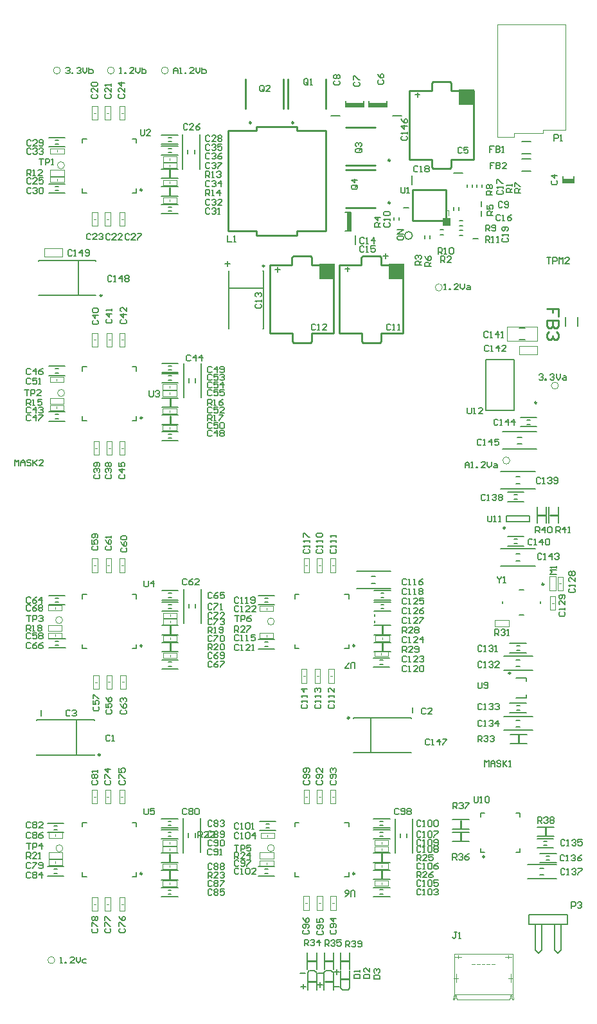
<source format=gto>
%FSLAX25Y25*%
%MOIN*%
G70*
G01*
G75*
%ADD10C,0.03000*%
%ADD11C,0.00800*%
%ADD12C,0.02000*%
%ADD13C,0.01181*%
%ADD14C,0.02362*%
%ADD15C,0.01969*%
%ADD16C,0.01200*%
%ADD17C,0.01500*%
%ADD18C,0.01000*%
%ADD19C,0.01100*%
%ADD20C,0.04000*%
%ADD21C,0.03200*%
%ADD22C,0.03937*%
%ADD23C,0.01575*%
%ADD24C,0.00787*%
%ADD25C,0.00800*%
%ADD26C,0.02000*%
%ADD27C,0.10000*%
%ADD28R,0.05512X0.04331*%
%ADD29R,0.04331X0.10236*%
%ADD30R,0.04331X0.05512*%
%ADD31R,0.03543X0.02756*%
%ADD32R,0.03150X0.03543*%
%ADD33R,0.02756X0.03543*%
%ADD34R,0.02362X0.02362*%
%ADD35R,0.03543X0.03150*%
%ADD36R,0.02362X0.01969*%
%ADD37R,0.03000X0.03000*%
%ADD38C,0.03150*%
%ADD39R,0.10236X0.09449*%
%ADD40R,0.07087X0.06299*%
%ADD41R,0.06299X0.07087*%
%ADD42R,0.01969X0.02362*%
%ADD43C,0.03937*%
%ADD44R,0.22047X0.22047*%
%ADD45O,0.00787X0.05118*%
%ADD46O,0.05118X0.00787*%
%ADD47R,0.06000X0.05000*%
%ADD48R,0.16535X0.12205*%
%ADD49R,0.18504X0.05906*%
%ADD50R,0.02756X0.04528*%
%ADD51R,0.03937X0.07087*%
%ADD52R,0.07480X0.16339*%
%ADD53R,0.09449X0.10236*%
%ADD54R,0.03000X0.03000*%
%ADD55R,0.04331X0.06693*%
%ADD56R,0.02362X0.02362*%
%ADD57R,0.10236X0.04331*%
%ADD58R,0.12205X0.16535*%
%ADD59R,0.05906X0.18504*%
%ADD60R,0.04528X0.02756*%
%ADD61C,0.03000*%
%ADD62R,0.06693X0.04331*%
%ADD63R,0.19488X0.11594*%
%ADD64R,0.01102X0.02756*%
%ADD65R,0.06299X0.09449*%
%ADD66R,0.03347X0.01102*%
%ADD67R,0.08661X0.05512*%
%ADD68R,0.09449X0.11024*%
%ADD69O,0.01575X0.08268*%
%ADD70O,0.01378X0.08268*%
%ADD71R,0.07087X0.05906*%
%ADD72R,0.03937X0.03740*%
%ADD73O,0.04528X0.00787*%
%ADD74O,0.00787X0.04528*%
%ADD75R,0.08268X0.08268*%
%ADD76R,0.02559X0.03543*%
%ADD77R,0.06102X0.04331*%
%ADD78R,0.06102X0.04331*%
%ADD79R,0.06102X0.13583*%
%ADD80R,0.07087X0.03937*%
%ADD81C,0.00780*%
%ADD82R,0.42300X0.07600*%
%ADD83R,0.72700X0.09700*%
%ADD84R,0.46300X0.11900*%
%ADD85R,0.46400X0.11900*%
%ADD86R,0.19500X0.45500*%
%ADD87R,0.60476X0.09600*%
%ADD88C,0.23622*%
%ADD89C,0.25590*%
%ADD90R,0.05906X0.05906*%
%ADD91C,0.05906*%
%ADD92R,0.04724X0.07087*%
%ADD93O,0.05906X0.03937*%
%ADD94C,0.02400*%
%ADD95C,0.02800*%
%ADD96C,0.03200*%
%ADD97C,0.02362*%
%ADD98C,0.01600*%
%ADD99C,0.00394*%
%ADD100C,0.00984*%
%ADD101C,0.00600*%
%ADD102C,0.00039*%
%ADD103C,0.00591*%
%ADD104C,0.00500*%
%ADD105R,0.02165X0.09449*%
%ADD106R,0.07874X0.07874*%
%ADD107R,0.09449X0.02165*%
%ADD108R,0.05906X0.02165*%
%ADD109R,0.04300X0.04100*%
G36*
X243247Y403347D02*
Y403342D01*
Y403327D01*
X243252Y403303D01*
X243256Y403273D01*
X243266Y403239D01*
X243281Y403210D01*
X243300Y403176D01*
X243325Y403151D01*
X243330D01*
X243339Y403142D01*
X243359Y403132D01*
X243383Y403122D01*
X243418Y403112D01*
X243457Y403103D01*
X243500Y403098D01*
X243554Y403093D01*
X243803D01*
Y402878D01*
X242300D01*
Y403093D01*
X242549D01*
X242578Y403098D01*
X242612Y403103D01*
X242695Y403117D01*
X242734Y403132D01*
X242764Y403151D01*
X242769Y403156D01*
X242773Y403161D01*
X242788Y403181D01*
X242803Y403200D01*
X242812Y403229D01*
X242827Y403259D01*
X242832Y403303D01*
X242837Y403347D01*
Y405655D01*
Y405660D01*
Y405665D01*
X242832Y405689D01*
X242822Y405718D01*
X242803Y405748D01*
X242798Y405752D01*
X242778Y405767D01*
X242739Y405777D01*
X242690Y405782D01*
X242300D01*
Y405996D01*
X242554D01*
X242598Y406001D01*
X242647Y406006D01*
X242700Y406011D01*
X242759Y406026D01*
X242817Y406040D01*
X242866Y406065D01*
X242871Y406070D01*
X242891Y406079D01*
X242915Y406094D01*
X242944Y406118D01*
X242978Y406153D01*
X243012Y406196D01*
X243052Y406245D01*
X243086Y406304D01*
X243247D01*
Y403347D01*
D02*
G37*
D11*
X39000Y180600D02*
X40600D01*
X39000Y182800D02*
X40600D01*
X35500Y184100D02*
X44100D01*
X35500Y179300D02*
X44100D01*
X217800Y80900D02*
Y83100D01*
X221300Y80900D02*
Y83100D01*
X215200Y73000D02*
Y90800D01*
X224200Y73100D02*
Y90800D01*
X204200Y177400D02*
X212800D01*
X204200Y182200D02*
X212800D01*
X204200Y191000D02*
X212800D01*
X204200Y186200D02*
X212800D01*
X203800Y73000D02*
X212400D01*
X203800Y68200D02*
X212400D01*
X207700Y201800D02*
X209300D01*
X207700Y199600D02*
X209300D01*
X204200Y198300D02*
X212800D01*
X204200Y203100D02*
X212800D01*
X207200Y172900D02*
X208800D01*
X207200Y170700D02*
X208800D01*
X203700Y169400D02*
X212300D01*
X203700Y174200D02*
X212300D01*
X207700Y207600D02*
X209300D01*
X207700Y205400D02*
X209300D01*
X204200Y204100D02*
X212800D01*
X204200Y208900D02*
X212800D01*
X202800Y212800D02*
X205000D01*
X202800Y216300D02*
X205000D01*
X195100Y210200D02*
X212900D01*
X195100Y219200D02*
X212800D01*
X207300Y83800D02*
X208900D01*
X207300Y81600D02*
X208900D01*
X203800Y80300D02*
X212400D01*
X203800Y85100D02*
X212400D01*
X207300Y53900D02*
X208900D01*
X207300Y51700D02*
X208900D01*
X203800Y50400D02*
X212400D01*
X203800Y55200D02*
X212400D01*
X207300Y89500D02*
X208900D01*
X207300Y87300D02*
X208900D01*
X203800Y86000D02*
X212400D01*
X203800Y90800D02*
X212400D01*
X148200Y85900D02*
X149800D01*
X148200Y88100D02*
X149800D01*
X144700Y89400D02*
X153300D01*
X144700Y84600D02*
X153300D01*
X147561Y62500D02*
X149161D01*
X147561Y64700D02*
X149161D01*
X144061Y66000D02*
X152661D01*
X144061Y61200D02*
X152661D01*
X147561Y202900D02*
X149161D01*
X147561Y205100D02*
X149161D01*
X144061Y206400D02*
X152661D01*
X144061Y201600D02*
X152661D01*
X147561Y180100D02*
X149161D01*
X147561Y182300D02*
X149161D01*
X144061Y183600D02*
X152661D01*
X144061Y178800D02*
X152661D01*
X107900Y81039D02*
Y83239D01*
X111400Y81039D02*
Y83239D01*
X105300Y73139D02*
Y90939D01*
X114300Y73239D02*
Y90939D01*
X93900Y72900D02*
X102500D01*
X93900Y68100D02*
X102500D01*
X97400Y89500D02*
X99000D01*
X97400Y87300D02*
X99000D01*
X93900Y86000D02*
X102500D01*
X93900Y90800D02*
X102500D01*
X97400Y53800D02*
X99000D01*
X97400Y51600D02*
X99000D01*
X93900Y50300D02*
X102500D01*
X93900Y55100D02*
X102500D01*
X97400Y83800D02*
X99000D01*
X97400Y81600D02*
X99000D01*
X93900Y80300D02*
X102500D01*
X93900Y85100D02*
X102500D01*
X93900Y59200D02*
X102500D01*
X93900Y64000D02*
X102500D01*
X38200Y62500D02*
X39800D01*
X38200Y64700D02*
X39800D01*
X34700Y66000D02*
X43300D01*
X34700Y61200D02*
X43300D01*
X38200Y84900D02*
X39800D01*
X38200Y87100D02*
X39800D01*
X34700Y88400D02*
X43300D01*
X34700Y83600D02*
X43300D01*
X108100Y199900D02*
Y202100D01*
X111600Y199900D02*
Y202100D01*
X105500Y192000D02*
Y209800D01*
X114500Y192100D02*
Y209800D01*
X97561Y207600D02*
X99161D01*
X97561Y205400D02*
X99161D01*
X94061Y204100D02*
X102661D01*
X94061Y208900D02*
X102661D01*
X97561Y171900D02*
X99161D01*
X97561Y169700D02*
X99161D01*
X94061Y168400D02*
X102661D01*
X94061Y173200D02*
X102661D01*
X97561Y201800D02*
X99161D01*
X97561Y199600D02*
X99161D01*
X94061Y198300D02*
X102661D01*
X94061Y203100D02*
X102661D01*
X94061Y191000D02*
X102661D01*
X94061Y186200D02*
X102661D01*
X94061Y177400D02*
X102661D01*
X94061Y182200D02*
X102661D01*
X38861Y202900D02*
X40461D01*
X38861Y205100D02*
X40461D01*
X35361Y206400D02*
X43961D01*
X35361Y201600D02*
X43961D01*
X38861Y298137D02*
X40461D01*
X38861Y300337D02*
X40461D01*
X35361Y301637D02*
X43961D01*
X35361Y296837D02*
X43961D01*
X38861Y321837D02*
X40461D01*
X38861Y324037D02*
X40461D01*
X35361Y325337D02*
X43961D01*
X35361Y320537D02*
X43961D01*
X97561Y290137D02*
X99161D01*
X97561Y287937D02*
X99161D01*
X94061Y286637D02*
X102661D01*
X94061Y291437D02*
X102661D01*
X94061Y295137D02*
X102661D01*
X94061Y299937D02*
X102661D01*
X94061Y308837D02*
X102661D01*
X94061Y304037D02*
X102661D01*
X108061Y316837D02*
Y319037D01*
X111561Y316837D02*
Y319037D01*
X105461Y308937D02*
Y326737D01*
X114461Y309037D02*
Y326737D01*
X97561Y320237D02*
X99161D01*
X97561Y318037D02*
X99161D01*
X94061Y316737D02*
X102661D01*
X94061Y321537D02*
X102661D01*
X97561Y325537D02*
X99161D01*
X97561Y323337D02*
X99161D01*
X94061Y322037D02*
X102661D01*
X94061Y326837D02*
X102661D01*
X38861Y416337D02*
X40461D01*
X38861Y418537D02*
X40461D01*
X35361Y419837D02*
X43961D01*
X35361Y415037D02*
X43961D01*
X38861Y440237D02*
X40461D01*
X38861Y442437D02*
X40461D01*
X35361Y443737D02*
X43961D01*
X35361Y438937D02*
X43961D01*
X97461Y407837D02*
X99061D01*
X97461Y405637D02*
X99061D01*
X93961Y404337D02*
X102561D01*
X93961Y409137D02*
X102561D01*
X93961Y413437D02*
X102561D01*
X93961Y418237D02*
X102561D01*
X93961Y427362D02*
X102561D01*
X93961Y422562D02*
X102561D01*
X97461Y438137D02*
X99061D01*
X97461Y435937D02*
X99061D01*
X93961Y434637D02*
X102561D01*
X93961Y439437D02*
X102561D01*
X97461Y443837D02*
X99061D01*
X97461Y441637D02*
X99061D01*
X93961Y440337D02*
X102561D01*
X93961Y445137D02*
X102561D01*
X107561Y435337D02*
Y437537D01*
X111061Y435337D02*
Y437537D01*
X104961Y427437D02*
Y445237D01*
X113961Y427537D02*
Y445237D01*
X277800Y141861D02*
X280000D01*
X277800Y138361D02*
X280000D01*
X271400Y143761D02*
X286400D01*
X271400Y136561D02*
X286400D01*
X277800Y169600D02*
X280000D01*
X277800Y173100D02*
X280000D01*
X271400Y167700D02*
X286400D01*
X271400Y174900D02*
X286400D01*
X186861Y2987D02*
X187811Y2037D01*
X186861Y2987D02*
Y11887D01*
X190761Y1987D02*
X191661Y2887D01*
Y11887D01*
X187861Y1987D02*
X190661D01*
X283588Y295200D02*
X285188D01*
X283588Y297400D02*
X285188D01*
X280088Y298700D02*
X288688D01*
X280088Y293900D02*
X288688D01*
X278588Y284900D02*
X280788D01*
X278588Y288400D02*
X280788D01*
X270888Y282300D02*
X288688D01*
X270888Y291300D02*
X288588D01*
X295000Y243900D02*
Y252500D01*
X299800Y243900D02*
Y252500D01*
X293600Y243900D02*
Y252500D01*
X288800Y243900D02*
Y252500D01*
X277700Y224400D02*
X279900D01*
X277700Y227900D02*
X279900D01*
X270000Y221800D02*
X287800D01*
X270000Y230800D02*
X287700D01*
X276900Y258600D02*
X278500D01*
X276900Y256400D02*
X278500D01*
X273400Y255100D02*
X282000D01*
X273400Y259900D02*
X282000D01*
X276900Y235700D02*
X278500D01*
X276900Y233500D02*
X278500D01*
X273400Y232200D02*
X282000D01*
X273400Y237000D02*
X282000D01*
X182161Y11837D02*
X183111Y10887D01*
Y1987D02*
Y10887D01*
X178311Y10987D02*
X179211Y11887D01*
X178311Y1987D02*
Y10987D01*
X179311Y11887D02*
X182111D01*
X274800Y134400D02*
X283400D01*
X274800Y129600D02*
X283400D01*
X178411Y12700D02*
Y21300D01*
X183211Y12700D02*
Y21300D01*
X169600Y12700D02*
Y21300D01*
X174400Y12700D02*
Y21300D01*
X244800Y83700D02*
X253400D01*
X244800Y78900D02*
X253400D01*
X244763Y85461D02*
X253363D01*
X244763Y90261D02*
X253363D01*
X292200Y79200D02*
X293800D01*
X292200Y77000D02*
X293800D01*
X288700Y75700D02*
X297300D01*
X288700Y80500D02*
X297300D01*
X293600Y71500D02*
X295200D01*
X293600Y69300D02*
X295200D01*
X290100Y68000D02*
X298700D01*
X290100Y72800D02*
X298700D01*
X191661Y12700D02*
Y21300D01*
X186861Y12700D02*
Y21300D01*
X288900Y86400D02*
X297500D01*
X288900Y81600D02*
X297500D01*
X278100Y149261D02*
X279700D01*
X278100Y147061D02*
X279700D01*
X274600Y145761D02*
X283200D01*
X274600Y150561D02*
X283200D01*
X203800Y59400D02*
X212400D01*
X203800Y64200D02*
X212400D01*
X290100Y61600D02*
X292300D01*
X290100Y65100D02*
X292300D01*
X283700Y59700D02*
X298700D01*
X283700Y66900D02*
X298700D01*
X278100Y178061D02*
X279700D01*
X278100Y180261D02*
X279700D01*
X274600Y181561D02*
X283200D01*
X274600Y176761D02*
X283200D01*
X277712Y264400D02*
X279912D01*
X277712Y267900D02*
X279912D01*
X270012Y261800D02*
X287812D01*
X270012Y270800D02*
X287712D01*
X173611Y11837D02*
X174561Y10887D01*
Y1987D02*
Y10887D01*
X169761Y10987D02*
X170661Y11887D01*
X169761Y1987D02*
Y10987D01*
X170761Y11887D02*
X173561D01*
D18*
X162461Y451437D02*
G03*
X162461Y451437I-500J0D01*
G01*
X140461D02*
G03*
X140461Y451437I-500J0D01*
G01*
X212561Y431937D02*
G03*
X212561Y431937I-500J0D01*
G01*
Y409937D02*
G03*
X212561Y409937I-500J0D01*
G01*
X208500Y177800D02*
Y181800D01*
Y186600D02*
Y190600D01*
X208100Y68600D02*
Y72600D01*
X98200Y68500D02*
Y72500D01*
Y59600D02*
Y63600D01*
X98361Y186600D02*
Y190600D01*
Y177800D02*
Y181800D01*
Y295537D02*
Y299537D01*
Y304437D02*
Y308437D01*
X98261Y413837D02*
Y417837D01*
Y422962D02*
Y426962D01*
X179203Y458563D02*
Y473917D01*
X159518Y458563D02*
Y473917D01*
X198361Y337437D02*
X207161D01*
X219296Y342220D02*
Y377654D01*
X186225Y342220D02*
Y377654D01*
X198361Y382437D02*
X207161D01*
X211944Y342220D02*
X219296D01*
X186225D02*
X193577D01*
X211944Y377654D02*
X219296D01*
X186225D02*
X193577D01*
X207761D02*
X211944D01*
X207761D02*
Y381837D01*
X207161Y382437D02*
X207761Y381837D01*
X197661Y377654D02*
Y381737D01*
X198361Y382437D01*
X193577Y377654D02*
X197661D01*
X197761Y338037D02*
Y342220D01*
Y338037D02*
X198361Y337437D01*
X193577Y342220D02*
X197761D01*
X207761D02*
X211944D01*
X207761Y338037D02*
Y342220D01*
X207161Y337437D02*
X207761Y338037D01*
X187261Y7587D02*
X191261D01*
X295400Y248200D02*
X299400D01*
X289200D02*
X293200D01*
X178711Y6287D02*
X182711D01*
X279100Y130000D02*
Y134000D01*
X178811Y17000D02*
X182811D01*
X170000D02*
X174000D01*
X249100Y79300D02*
Y83300D01*
X249063Y85861D02*
Y89861D01*
X187261Y17000D02*
X191261D01*
X293200Y82000D02*
Y86000D01*
X243561Y427737D02*
X244161Y428337D01*
Y432520D01*
X248344D01*
X229977D02*
X234161D01*
Y428337D02*
X234761Y427737D01*
X234161Y428337D02*
Y432520D01*
X229977Y467953D02*
X234061D01*
Y472037D02*
X234761Y472737D01*
X234061Y467953D02*
Y472037D01*
X243561Y472737D02*
X244161Y472137D01*
Y467953D02*
Y472137D01*
Y467953D02*
X248344D01*
X222625D02*
X229977D01*
X248344D02*
X255696D01*
X222625Y432520D02*
X229977D01*
X248344D02*
X255696D01*
X234761Y472737D02*
X243561D01*
X222625Y432520D02*
Y467953D01*
X255696Y432520D02*
Y467953D01*
X234761Y427737D02*
X243561D01*
X137518Y458563D02*
Y473917D01*
X157203Y458563D02*
Y473917D01*
X189580Y449180D02*
X204935D01*
X189580Y429494D02*
X204935D01*
X162361Y337437D02*
X171161D01*
X183296Y342220D02*
Y377654D01*
X150225Y342220D02*
Y377654D01*
X162361Y382437D02*
X171161D01*
X175944Y342220D02*
X183296D01*
X150225D02*
X157577D01*
X175944Y377654D02*
X183296D01*
X150225D02*
X157577D01*
X171761D02*
X175944D01*
X171761D02*
Y381837D01*
X171161Y382437D02*
X171761Y381837D01*
X161661Y377654D02*
Y381737D01*
X162361Y382437D01*
X157577Y377654D02*
X161661D01*
X161761Y338037D02*
Y342220D01*
Y338037D02*
X162361Y337437D01*
X157577Y342220D02*
X161761D01*
X171761D02*
X175944D01*
X171761Y338037D02*
Y342220D01*
X171161Y337437D02*
X171761Y338037D01*
X208100Y59800D02*
Y63800D01*
X189580Y407494D02*
X204935D01*
X189580Y427179D02*
X204935D01*
X164342Y447221D02*
X166457D01*
X164342D02*
Y449337D01*
X141064Y447221D02*
X143180D01*
Y449337D01*
X164342Y393137D02*
Y395253D01*
X166457D01*
X143180Y393137D02*
Y395253D01*
X141064D02*
X143180D01*
X166457Y447221D02*
X179154D01*
X128367D02*
X141064D01*
X166457Y395253D02*
X179154D01*
X128367D02*
X141064D01*
X179154D02*
Y447221D01*
X128367Y395253D02*
Y447221D01*
X143180Y393137D02*
X164342D01*
X143180Y449337D02*
X164342D01*
X224161Y416837D02*
X241361D01*
X224161Y400637D02*
Y416837D01*
X241361Y400637D02*
Y416837D01*
X224161Y400637D02*
X241361D01*
X170161Y6287D02*
X174161D01*
X299898Y351101D02*
Y355100D01*
X296899D01*
Y353101D01*
Y355100D01*
X293900D01*
X299898Y349102D02*
X293900D01*
Y346103D01*
X294900Y345103D01*
X295899D01*
X296899Y346103D01*
Y349102D01*
Y346103D01*
X297899Y345103D01*
X298898D01*
X299898Y346103D01*
Y349102D01*
X298898Y343104D02*
X299898Y342104D01*
Y340105D01*
X298898Y339105D01*
X297899D01*
X296899Y340105D01*
Y341105D01*
Y340105D01*
X295899Y339105D01*
X294900D01*
X293900Y340105D01*
Y342104D01*
X294900Y343104D01*
D24*
X181898Y454938D02*
X186623D01*
X192335Y395513D02*
Y404961D01*
X189186D02*
X192335D01*
X189186Y395513D02*
X192335D01*
X194560Y388375D02*
Y393099D01*
X223961Y419375D02*
Y424099D01*
X245398Y425536D02*
X250123D01*
X255139Y417950D02*
Y419524D01*
X252383Y417950D02*
Y419524D01*
X257383Y417950D02*
Y419524D01*
X260139Y417950D02*
Y419524D01*
X259965Y408052D02*
Y410808D01*
X233139Y391450D02*
Y393024D01*
X230383Y391450D02*
Y393024D01*
X238473Y393359D02*
X240048D01*
X238473Y396115D02*
X240048D01*
X248666Y395808D02*
X250241D01*
X248666Y393052D02*
X250241D01*
X248666Y400808D02*
X250241D01*
X248666Y398052D02*
X250241D01*
X255576Y391418D02*
X258331D01*
X259965Y403052D02*
Y405808D01*
X248331Y406143D02*
Y407717D01*
X245576Y406143D02*
Y407717D01*
X224212Y145622D02*
Y148378D01*
X223361Y142858D02*
Y143055D01*
Y124945D02*
Y125142D01*
X193439Y124945D02*
X223361D01*
X193439Y143055D02*
X223361D01*
X193439Y124945D02*
Y125142D01*
Y142858D02*
Y143055D01*
X202495Y124945D02*
Y143055D01*
X204661Y192309D02*
Y193491D01*
Y195546D02*
Y196728D01*
X31388Y144122D02*
Y146878D01*
X50006Y123845D02*
Y141955D01*
X59061Y123845D02*
Y124042D01*
Y141758D02*
Y141955D01*
X29139Y123845D02*
X59061D01*
X29139Y141955D02*
X59061D01*
X29139Y141758D02*
Y141955D01*
Y123845D02*
Y124042D01*
X80905Y322835D02*
Y325000D01*
X78740D02*
X80905D01*
X52953D02*
X55118D01*
X52953Y322835D02*
Y325000D01*
Y297047D02*
Y299213D01*
Y297047D02*
X55118D01*
X78740D02*
X80905D01*
Y299213D01*
X280698Y435487D02*
X285423D01*
X280698Y441787D02*
X285423D01*
X128706Y365649D02*
X146816D01*
X146619Y374704D02*
X146816D01*
X128706D02*
X128902D01*
X146816Y344783D02*
Y374704D01*
X128706Y344783D02*
Y374704D01*
Y344783D02*
X128902D01*
X146619D02*
X146816D01*
X191142Y204724D02*
Y206890D01*
X188976D02*
X191142D01*
X163189D02*
X165354D01*
X163189Y204724D02*
Y206890D01*
Y178937D02*
Y181102D01*
Y178937D02*
X165354D01*
X188976D02*
X191142D01*
Y181102D01*
X279443Y345053D02*
X282592D01*
X279443Y339147D02*
X282592D01*
X191142Y86614D02*
Y88779D01*
X188976D02*
X191142D01*
X163189D02*
X165354D01*
X163189Y86614D02*
Y88779D01*
Y60827D02*
Y62992D01*
Y60827D02*
X165354D01*
X188976D02*
X191142D01*
Y62992D01*
X80905Y86614D02*
Y88779D01*
X78740D02*
X80905D01*
X52953D02*
X55118D01*
X52953Y86614D02*
Y88779D01*
Y60827D02*
Y62992D01*
Y60827D02*
X55118D01*
X78740D02*
X80905D01*
Y62992D01*
Y204724D02*
Y206890D01*
X78740D02*
X80905D01*
X52953D02*
X55118D01*
X52953Y204724D02*
Y206890D01*
Y178937D02*
Y181102D01*
Y178937D02*
X55118D01*
X78740D02*
X80905D01*
Y181102D01*
X189536Y459662D02*
X198985D01*
Y462812D01*
X189536Y459662D02*
Y462812D01*
X217139Y400950D02*
Y402524D01*
X214383Y400950D02*
Y402524D01*
X219383Y407249D02*
X222139D01*
X284370Y36063D02*
X304370D01*
Y41063D01*
X284370Y36063D02*
Y41063D01*
X304370D01*
X287703Y22730D02*
Y36063D01*
Y22730D02*
X289370Y21063D01*
X291037Y22730D01*
X291037Y22730D02*
Y36063D01*
X297703Y22730D02*
Y36063D01*
Y22730D02*
X299370Y21063D01*
X301037Y22730D01*
Y36063D01*
X30039Y361945D02*
Y362142D01*
Y379858D02*
Y380055D01*
X59961D01*
X30039Y361945D02*
X59961D01*
Y379858D02*
Y380055D01*
Y361945D02*
Y362142D01*
X50906Y361945D02*
Y380055D01*
X80905Y415158D02*
Y417323D01*
X78740Y415158D02*
X80905D01*
X52953D02*
X55118D01*
X52953D02*
Y417323D01*
Y440945D02*
Y443110D01*
X55118D01*
X78740D02*
X80905D01*
Y440945D02*
Y443110D01*
X213898Y454938D02*
X218623D01*
X302047Y420425D02*
X307953D01*
Y423575D01*
X302047Y420425D02*
Y423575D01*
X280698Y426487D02*
X285423D01*
X280698Y432787D02*
X285423D01*
X201536Y459662D02*
X210985D01*
Y462812D01*
X201536Y459662D02*
Y462812D01*
X270756Y202211D02*
Y203392D01*
X279498Y209308D02*
X281698D01*
X290441Y202211D02*
Y203392D01*
X279498Y196295D02*
X281698D01*
X283329Y153244D02*
Y155016D01*
Y161906D02*
Y163691D01*
X278014Y163677D02*
X283329D01*
X278014Y153244D02*
X283329D01*
X259464Y73264D02*
X261629D01*
X259464D02*
Y75429D01*
X277771Y73264D02*
X279936D01*
Y75429D01*
X277771Y93736D02*
X279936D01*
Y91571D02*
Y93736D01*
X259464D02*
X261629D01*
X259464Y91571D02*
Y93736D01*
X272808Y247578D02*
X285013D01*
X272808Y244822D02*
X285013D01*
Y247578D01*
X272808Y244822D02*
Y247578D01*
X262316Y302211D02*
Y328589D01*
X276884D01*
Y302211D02*
Y328589D01*
X262316Y302211D02*
X276884D01*
X303650Y346038D02*
Y350762D01*
X309950Y346038D02*
Y350762D01*
D99*
X42611Y193700D02*
G03*
X42611Y193700I-1811J0D01*
G01*
X152511Y75500D02*
G03*
X152511Y75500I-1811J0D01*
G01*
Y193000D02*
G03*
X152511Y193000I-1811J0D01*
G01*
X42811Y75400D02*
G03*
X42811Y75400I-1811J0D01*
G01*
X43711Y311400D02*
G03*
X43711Y311400I-1811J0D01*
G01*
X43611Y429400D02*
G03*
X43611Y429400I-1811J0D01*
G01*
X38611Y17500D02*
G03*
X38611Y17500I-1811J0D01*
G01*
X299811Y315200D02*
G03*
X299811Y315200I-1811J0D01*
G01*
X239611Y366100D02*
G03*
X239611Y366100I-1811J0D01*
G01*
X41511Y478500D02*
G03*
X41511Y478500I-1811J0D01*
G01*
X69511D02*
G03*
X69511Y478500I-1811J0D01*
G01*
X97511D02*
G03*
X97511Y478500I-1811J0D01*
G01*
X274611Y276400D02*
G03*
X274611Y276400I-1811J0D01*
G01*
X35157Y187925D02*
X42244D01*
Y191075D01*
X35157D02*
X42244D01*
X35157Y187925D02*
Y191075D01*
X35157Y184422D02*
X42243D01*
X35157Y187178D02*
X42243D01*
Y184422D02*
Y187178D01*
X35157Y184422D02*
Y187178D01*
X38700Y185300D02*
Y186300D01*
X35457Y80822D02*
X42543D01*
X35457Y83578D02*
X42543D01*
Y80822D02*
Y83578D01*
X35457Y80822D02*
Y83578D01*
X39000Y81700D02*
Y82700D01*
X35457Y66822D02*
X42543D01*
X35457Y69578D02*
X42543D01*
Y66822D02*
Y69578D01*
X35457Y66822D02*
Y69578D01*
X39000Y67700D02*
Y68700D01*
X204957Y185578D02*
X212043D01*
X204957Y182822D02*
X212043D01*
X204957D02*
Y185578D01*
X212043Y182822D02*
Y185578D01*
X208500Y183700D02*
Y184700D01*
X204457Y177678D02*
X211543D01*
X204457Y174922D02*
X211543D01*
X204457D02*
Y177678D01*
X211543Y174922D02*
Y177678D01*
X208000Y175800D02*
Y176800D01*
X204557Y79678D02*
X211643D01*
X204557Y76922D02*
X211643D01*
X204557D02*
Y79678D01*
X211643Y76922D02*
Y79678D01*
X208100Y77800D02*
Y78800D01*
X204557Y76378D02*
X211643D01*
X204557Y73622D02*
X211643D01*
X204557D02*
Y76378D01*
X211643Y73622D02*
Y76378D01*
X208100Y74500D02*
Y75500D01*
X204557Y67578D02*
X211643D01*
X204557Y64822D02*
X211643D01*
X204557D02*
Y67578D01*
X211643Y64822D02*
Y67578D01*
X208100Y65700D02*
Y66700D01*
X204557Y58678D02*
X211643D01*
X204557Y55922D02*
X211643D01*
X204557D02*
Y58678D01*
X211643Y55922D02*
Y58678D01*
X208100Y56800D02*
Y57800D01*
X144957Y70125D02*
X152044D01*
Y73275D01*
X144957D02*
X152044D01*
X144957Y70125D02*
Y73275D01*
Y66322D02*
X152044D01*
X144957Y69078D02*
X152044D01*
Y66322D02*
Y69078D01*
X144957Y66322D02*
Y69078D01*
X148501Y67200D02*
Y68200D01*
X145457Y80622D02*
X152543D01*
X145457Y83378D02*
X152543D01*
Y80622D02*
Y83378D01*
X145457Y80622D02*
Y83378D01*
X149000Y81500D02*
Y82500D01*
X144817Y184222D02*
X151904D01*
X144817Y186978D02*
X151904D01*
Y184222D02*
Y186978D01*
X144817Y184222D02*
Y186978D01*
X148361Y185100D02*
Y186100D01*
X144817Y198222D02*
X151904D01*
X144817Y200978D02*
X151904D01*
Y198222D02*
Y200978D01*
X144817Y198222D02*
Y200978D01*
X148361Y199100D02*
Y200100D01*
X174483Y218488D02*
Y225575D01*
X177239Y218488D02*
Y225575D01*
X174483Y218488D02*
X177239D01*
X174483Y225575D02*
X177239D01*
X175361Y222031D02*
X176361D01*
X181583Y218488D02*
Y225575D01*
X184339Y218488D02*
Y225575D01*
X181583Y218488D02*
X184339D01*
X181583Y225575D02*
X184339D01*
X182461Y222031D02*
X183461D01*
X167783Y218488D02*
Y225575D01*
X170539Y218488D02*
Y225575D01*
X167783Y218488D02*
X170539D01*
X167783Y225575D02*
X170539D01*
X168661Y222031D02*
X169661D01*
X167783Y98624D02*
Y105710D01*
X170539Y98624D02*
Y105710D01*
X167783Y98624D02*
X170539D01*
X167783Y105710D02*
X170539D01*
X168661Y102167D02*
X169661D01*
X181583Y98624D02*
Y105710D01*
X184339Y98624D02*
Y105710D01*
X181583Y98624D02*
X184339D01*
X181583Y105710D02*
X184339D01*
X182461Y102167D02*
X183461D01*
X174483Y98624D02*
Y105710D01*
X177239Y98624D02*
Y105710D01*
X174483Y98624D02*
X177239D01*
X174483Y105710D02*
X177239D01*
X175361Y102167D02*
X176361D01*
X169339Y161194D02*
Y168280D01*
X166583Y161194D02*
Y168280D01*
X169339D01*
X166583Y161194D02*
X169339D01*
X167461Y164737D02*
X168461D01*
X176358Y161194D02*
Y168280D01*
X173602Y161194D02*
Y168280D01*
X176358D01*
X173602Y161194D02*
X176358D01*
X174480Y164737D02*
X175480D01*
X183378Y161194D02*
Y168280D01*
X180622Y161194D02*
Y168280D01*
X183378D01*
X180622Y161194D02*
X183378D01*
X181500Y164737D02*
X182500D01*
X60739Y42920D02*
Y50006D01*
X57983Y42920D02*
Y50006D01*
X60739D01*
X57983Y42920D02*
X60739D01*
X58861Y46463D02*
X59861D01*
X67439Y42920D02*
Y50006D01*
X64683Y42920D02*
Y50006D01*
X67439D01*
X64683Y42920D02*
X67439D01*
X65561Y46463D02*
X66561D01*
X74939Y42920D02*
Y50006D01*
X72183Y42920D02*
Y50006D01*
X74939D01*
X72183Y42920D02*
X74939D01*
X73061Y46463D02*
X74061D01*
X94657Y58578D02*
X101743D01*
X94657Y55822D02*
X101743D01*
X94657D02*
Y58578D01*
X101743Y55822D02*
Y58578D01*
X98200Y56700D02*
Y57700D01*
X94657Y67478D02*
X101743D01*
X94657Y64722D02*
X101743D01*
X94657D02*
Y67478D01*
X101743Y64722D02*
Y67478D01*
X98200Y65600D02*
Y66600D01*
X94657Y79578D02*
X101743D01*
X94657Y76822D02*
X101743D01*
X94657D02*
Y79578D01*
X101743Y76822D02*
Y79578D01*
X98200Y77700D02*
Y78700D01*
X94657Y76278D02*
X101743D01*
X94657Y73522D02*
X101743D01*
X94657D02*
Y76278D01*
X101743Y73522D02*
Y76278D01*
X98200Y74400D02*
Y75400D01*
X35457Y70125D02*
X42543D01*
Y73275D01*
X35457D02*
X42543D01*
X35457Y70125D02*
Y73275D01*
X57922Y98624D02*
Y105710D01*
X60678Y98624D02*
Y105710D01*
X57922Y98624D02*
X60678D01*
X57922Y105710D02*
X60678D01*
X58800Y102167D02*
X59800D01*
X72122Y98624D02*
Y105710D01*
X74878Y98624D02*
Y105710D01*
X72122Y98624D02*
X74878D01*
X72122Y105710D02*
X74878D01*
X73000Y102167D02*
X74000D01*
X64722Y98624D02*
Y105710D01*
X67478Y98624D02*
Y105710D01*
X64722Y98624D02*
X67478D01*
X64722Y105710D02*
X67478D01*
X65600Y102167D02*
X66600D01*
X61378Y157957D02*
Y165043D01*
X58622Y157957D02*
Y165043D01*
X61378D01*
X58622Y157957D02*
X61378D01*
X59500Y161500D02*
X60500D01*
X94817Y176678D02*
X101904D01*
X94817Y173922D02*
X101904D01*
X94817D02*
Y176678D01*
X101904Y173922D02*
Y176678D01*
X98361Y174800D02*
Y175800D01*
X94817Y185578D02*
X101904D01*
X94817Y182822D02*
X101904D01*
X94817D02*
Y185578D01*
X101904Y182822D02*
Y185578D01*
X98361Y183700D02*
Y184700D01*
X94817Y197515D02*
X101904D01*
X94817Y194759D02*
X101904D01*
X94817D02*
Y197515D01*
X101904Y194759D02*
Y197515D01*
X98361Y195637D02*
Y196637D01*
X94817Y194278D02*
X101904D01*
X94817Y191522D02*
X101904D01*
X94817D02*
Y194278D01*
X101904Y191522D02*
Y194278D01*
X98361Y192400D02*
Y193400D01*
X35157Y198622D02*
X42244D01*
X35157Y201378D02*
X42244D01*
Y198622D02*
Y201378D01*
X35157Y198622D02*
Y201378D01*
X38701Y199500D02*
Y200500D01*
X65083Y218488D02*
Y225575D01*
X67839Y218488D02*
Y225575D01*
X65083Y218488D02*
X67839D01*
X65083Y225575D02*
X67839D01*
X65961Y222031D02*
X66961D01*
X57983Y218488D02*
Y225575D01*
X60739Y218488D02*
Y225575D01*
X57983Y218488D02*
X60739D01*
X57983Y225575D02*
X60739D01*
X58861Y222031D02*
X59861D01*
X72183Y218488D02*
Y225575D01*
X74939Y218488D02*
Y225575D01*
X72183Y218488D02*
X74939D01*
X72183Y225575D02*
X74939D01*
X73061Y222031D02*
X74061D01*
X36117Y302359D02*
X43204D01*
X36117Y305115D02*
X43204D01*
Y302359D02*
Y305115D01*
X36117Y302359D02*
Y305115D01*
X39661Y303237D02*
Y304237D01*
X36117Y305662D02*
X43204D01*
Y308812D01*
X36117D02*
X43204D01*
X36117Y305662D02*
Y308812D01*
Y316959D02*
X43204D01*
X36117Y319715D02*
X43204D01*
Y316959D02*
Y319715D01*
X36117Y316959D02*
Y319715D01*
X39661Y317837D02*
Y318837D01*
X61539Y279294D02*
Y286380D01*
X58783Y279294D02*
Y286380D01*
X61539D01*
X58783Y279294D02*
X61539D01*
X59661Y282837D02*
X60661D01*
X68239Y279294D02*
Y286380D01*
X65483Y279294D02*
Y286380D01*
X68239D01*
X65483Y279294D02*
X68239D01*
X66361Y282837D02*
X67361D01*
X74939Y279294D02*
Y286380D01*
X72183Y279294D02*
Y286380D01*
X74939D01*
X72183Y279294D02*
X74939D01*
X73061Y282837D02*
X74061D01*
X94657Y294715D02*
X101744D01*
X94657Y291959D02*
X101744D01*
X94657D02*
Y294715D01*
X101744Y291959D02*
Y294715D01*
X98201Y292837D02*
Y293837D01*
X94657Y312615D02*
X101744D01*
X94657Y309859D02*
X101744D01*
X94657D02*
Y312615D01*
X101744Y309859D02*
Y312615D01*
X98201Y310737D02*
Y311737D01*
X94657Y315915D02*
X101744D01*
X94657Y313159D02*
X101744D01*
X94657D02*
Y315915D01*
X101744Y313159D02*
Y315915D01*
X98201Y314037D02*
Y315037D01*
X65483Y335394D02*
Y342480D01*
X68239Y335394D02*
Y342480D01*
X65483Y335394D02*
X68239D01*
X65483Y342480D02*
X68239D01*
X66361Y338937D02*
X67361D01*
X57983Y335394D02*
Y342480D01*
X60739Y335394D02*
Y342480D01*
X57983Y335394D02*
X60739D01*
X57983Y342480D02*
X60739D01*
X58861Y338937D02*
X59861D01*
X72183Y335394D02*
Y342480D01*
X74939Y335394D02*
Y342480D01*
X72183Y335394D02*
X74939D01*
X72183Y342480D02*
X74939D01*
X73061Y338937D02*
X74061D01*
X74939Y397994D02*
Y405080D01*
X72183Y397994D02*
Y405080D01*
X74939D01*
X72183Y397994D02*
X74939D01*
X73061Y401537D02*
X74061D01*
X67439Y397994D02*
Y405080D01*
X64683Y397994D02*
Y405080D01*
X67439D01*
X64683Y397994D02*
X67439D01*
X65561Y401537D02*
X66561D01*
X60739Y397994D02*
Y405080D01*
X57983Y397994D02*
Y405080D01*
X60739D01*
X57983Y397994D02*
X60739D01*
X58861Y401537D02*
X59861D01*
X36277Y420659D02*
X43364D01*
X36277Y423415D02*
X43364D01*
Y420659D02*
Y423415D01*
X36277Y420659D02*
Y423415D01*
X39821Y421537D02*
Y422537D01*
X36277Y423862D02*
X43364D01*
Y427012D01*
X36277D02*
X43364D01*
X36277Y423862D02*
Y427012D01*
Y435359D02*
X43364D01*
X36277Y438115D02*
X43364D01*
Y435359D02*
Y438115D01*
X36277Y435359D02*
Y438115D01*
X39821Y436237D02*
Y437237D01*
X64683Y452894D02*
Y459980D01*
X67439Y452894D02*
Y459980D01*
X64683Y452894D02*
X67439D01*
X64683Y459980D02*
X67439D01*
X65561Y456437D02*
X66561D01*
X57983Y452894D02*
Y459980D01*
X60739Y452894D02*
Y459980D01*
X57983Y452894D02*
X60739D01*
X57983Y459980D02*
X60739D01*
X58861Y456437D02*
X59861D01*
X72183Y452894D02*
Y459980D01*
X74939Y452894D02*
Y459980D01*
X72183Y452894D02*
X74939D01*
X72183Y459980D02*
X74939D01*
X73061Y456437D02*
X74061D01*
X94717Y412612D02*
X101804D01*
X94717Y409856D02*
X101804D01*
X94717D02*
Y412612D01*
X101804Y409856D02*
Y412612D01*
X98261Y410734D02*
Y411734D01*
X94717Y421812D02*
X101804D01*
X94717Y419056D02*
X101804D01*
X94717D02*
Y421812D01*
X101804Y419056D02*
Y421812D01*
X98261Y419934D02*
Y420934D01*
X94717Y430662D02*
X101804D01*
X94717Y427906D02*
X101804D01*
X94717D02*
Y430662D01*
X101804Y427906D02*
Y430662D01*
X98261Y428784D02*
Y429784D01*
X94717Y433912D02*
X101804D01*
X94717Y431156D02*
X101804D01*
X94717D02*
Y433912D01*
X101804Y431156D02*
Y433912D01*
X98261Y432034D02*
Y433034D01*
X288891Y331535D02*
Y335865D01*
X279443D02*
X288891D01*
X279443Y331535D02*
X288891D01*
X279443D02*
Y335865D01*
X288891Y338360D02*
Y345840D01*
X273143D02*
X288891D01*
X273143Y338360D02*
X288891D01*
X273143D02*
Y345840D01*
X295325Y209157D02*
Y216243D01*
Y209157D02*
X298475D01*
Y216243D01*
X295325D02*
X298475D01*
X266957Y193675D02*
X274043D01*
X266957Y190525D02*
Y193675D01*
Y190525D02*
X274043D01*
Y193675D01*
X295522Y198957D02*
Y206043D01*
X298278Y198957D02*
Y206043D01*
X295522Y198957D02*
X298278D01*
X295522Y206043D02*
X298278D01*
X296400Y202500D02*
X297400D01*
X299422Y209057D02*
Y216143D01*
X302178Y209057D02*
Y216143D01*
X299422Y209057D02*
X302178D01*
X299422Y216143D02*
X302178D01*
X300300Y212600D02*
X301300D01*
X42624Y381935D02*
Y386265D01*
X33176D02*
X42624D01*
X33176Y381935D02*
X42624D01*
X33176D02*
Y386265D01*
X94657Y303315D02*
X101744D01*
X94657Y300559D02*
X101744D01*
X94657D02*
Y303315D01*
X101744Y300559D02*
Y303315D01*
X98201Y301437D02*
Y302437D01*
X291886Y447662D02*
X303602D01*
X291886Y446162D02*
Y447662D01*
X276886Y446162D02*
X291886D01*
X276886Y444162D02*
Y446162D01*
X268244Y444162D02*
X276886D01*
X303677Y447662D02*
Y502430D01*
X268244Y444162D02*
Y502430D01*
X303677D01*
X68158Y158020D02*
Y165106D01*
X65402Y158020D02*
Y165106D01*
X68158D01*
X65402Y158020D02*
X68158D01*
X66280Y161563D02*
X67280D01*
X75378Y158020D02*
Y165106D01*
X72622Y158020D02*
Y165106D01*
X75378D01*
X72622Y158020D02*
X75378D01*
X73500Y161563D02*
X74500D01*
X184378Y43457D02*
Y50543D01*
X181622Y43457D02*
Y50543D01*
X184378D01*
X181622Y43457D02*
X184378D01*
X182500Y47000D02*
X183500D01*
X177378Y43457D02*
Y50543D01*
X174622Y43457D02*
Y50543D01*
X177378D01*
X174622Y43457D02*
X177378D01*
X175500Y47000D02*
X176500D01*
X170378Y43457D02*
Y50543D01*
X167622Y43457D02*
Y50543D01*
X170378D01*
X167622Y43457D02*
X170378D01*
X168500Y47000D02*
X169500D01*
D100*
X191372Y143055D02*
G03*
X191372Y143055I-492J0D01*
G01*
X62112Y123845D02*
G03*
X62112Y123845I-492J0D01*
G01*
X83913Y298524D02*
G03*
X83913Y298524I-492J0D01*
G01*
X147308Y377263D02*
G03*
X147308Y377263I-492J0D01*
G01*
X194150Y180413D02*
G03*
X194150Y180413I-492J0D01*
G01*
Y62303D02*
G03*
X194150Y62303I-492J0D01*
G01*
X83913D02*
G03*
X83913Y62303I-492J0D01*
G01*
Y180413D02*
G03*
X83913Y180413I-492J0D01*
G01*
X63012Y361945D02*
G03*
X63012Y361945I-492J0D01*
G01*
X83913Y416634D02*
G03*
X83913Y416634I-492J0D01*
G01*
X292259Y212286D02*
G03*
X292259Y212286I-492J0D01*
G01*
X274963Y166236D02*
G03*
X274963Y166236I-492J0D01*
G01*
X261531Y71098D02*
G03*
X261531Y71098I-492J0D01*
G01*
X272218Y241476D02*
G03*
X272218Y241476I-492J0D01*
G01*
X288596Y306345D02*
G03*
X288596Y306345I-492J0D01*
G01*
D101*
X224100Y393000D02*
G03*
X224100Y393000I-2000J0D01*
G01*
D102*
X273794Y8176D02*
X276156D01*
X275073Y6011D02*
Y10342D01*
X246727Y6011D02*
Y10342D01*
X245644Y8176D02*
X248006D01*
X245152Y-2965D02*
X245939D01*
X275861D02*
X276648D01*
X275270Y-209D02*
X275861Y-2965D01*
X245939D02*
X246530Y-209D01*
X274679Y-2965D02*
X275270Y-209D01*
X246530D02*
X247120Y-2965D01*
X276058Y-209D02*
X276648Y-2965D01*
X245152D02*
X245743Y-209D01*
Y20657D02*
X276058D01*
X245743Y-209D02*
Y20657D01*
X276058Y-209D02*
Y20657D01*
X254995Y15429D02*
X256569D01*
X257554D02*
X259128D01*
X260113D02*
X261687D01*
X262672D02*
X264247D01*
X265231D02*
X266806D01*
X247120Y-2965D02*
X274679D01*
X245743Y-209D02*
X276058D01*
X246136Y19200D02*
X249679D01*
X247908Y18216D02*
Y20184D01*
X272120Y19200D02*
X275664D01*
X273892Y18216D02*
Y20184D01*
D103*
X252600Y303749D02*
Y301125D01*
X253125Y300600D01*
X254174D01*
X254699Y301125D01*
Y303749D01*
X255749Y300600D02*
X256798D01*
X256273D01*
Y303749D01*
X255749Y303224D01*
X260472Y300600D02*
X258372D01*
X260472Y302699D01*
Y303224D01*
X259947Y303749D01*
X258897D01*
X258372Y303224D01*
X263200Y247749D02*
Y245125D01*
X263725Y244600D01*
X264774D01*
X265299Y245125D01*
Y247749D01*
X266349Y244600D02*
X267398D01*
X266873D01*
Y247749D01*
X266349Y247224D01*
X268972Y244600D02*
X270022D01*
X269497D01*
Y247749D01*
X268972Y247224D01*
X17861Y273637D02*
Y276786D01*
X18910Y275736D01*
X19960Y276786D01*
Y273637D01*
X21009D02*
Y275736D01*
X22059Y276786D01*
X23108Y275736D01*
Y273637D01*
Y275211D01*
X21009D01*
X26257Y276261D02*
X25732Y276786D01*
X24683D01*
X24158Y276261D01*
Y275736D01*
X24683Y275211D01*
X25732D01*
X26257Y274687D01*
Y274162D01*
X25732Y273637D01*
X24683D01*
X24158Y274162D01*
X27306Y276786D02*
Y273637D01*
Y274687D01*
X29406Y276786D01*
X27831Y275211D01*
X29406Y273637D01*
X32554D02*
X30455D01*
X32554Y275736D01*
Y276261D01*
X32029Y276786D01*
X30980D01*
X30455Y276261D01*
X289800Y320824D02*
X290325Y321349D01*
X291374D01*
X291899Y320824D01*
Y320299D01*
X291374Y319774D01*
X290849D01*
X291374D01*
X291899Y319250D01*
Y318725D01*
X291374Y318200D01*
X290325D01*
X289800Y318725D01*
X292949Y318200D02*
Y318725D01*
X293473D01*
Y318200D01*
X292949D01*
X295572Y320824D02*
X296097Y321349D01*
X297147D01*
X297672Y320824D01*
Y320299D01*
X297147Y319774D01*
X296622D01*
X297147D01*
X297672Y319250D01*
Y318725D01*
X297147Y318200D01*
X296097D01*
X295572Y318725D01*
X298721Y321349D02*
Y319250D01*
X299770Y318200D01*
X300820Y319250D01*
Y321349D01*
X302394Y320299D02*
X303444D01*
X303969Y319774D01*
Y318200D01*
X302394D01*
X301870Y318725D01*
X302394Y319250D01*
X303969D01*
X100261Y476937D02*
Y479036D01*
X101310Y480086D01*
X102360Y479036D01*
Y476937D01*
Y478511D01*
X100261D01*
X103409Y476937D02*
X104459D01*
X103934D01*
Y480086D01*
X103409Y479561D01*
X106033Y476937D02*
Y477462D01*
X106558D01*
Y476937D01*
X106033D01*
X110756D02*
X108657D01*
X110756Y479036D01*
Y479561D01*
X110231Y480086D01*
X109182D01*
X108657Y479561D01*
X111805Y480086D02*
Y477986D01*
X112855Y476937D01*
X113905Y477986D01*
Y480086D01*
X114954D02*
Y476937D01*
X116528D01*
X117053Y477462D01*
Y477986D01*
Y478511D01*
X116528Y479036D01*
X114954D01*
X298600Y239000D02*
Y242149D01*
X300174D01*
X300699Y241624D01*
Y240574D01*
X300174Y240050D01*
X298600D01*
X299650D02*
X300699Y239000D01*
X303323D02*
Y242149D01*
X301749Y240574D01*
X303848D01*
X304897Y239000D02*
X305947D01*
X305422D01*
Y242149D01*
X304897Y241624D01*
X288000Y238900D02*
Y242049D01*
X289574D01*
X290099Y241524D01*
Y240474D01*
X289574Y239949D01*
X288000D01*
X289050D02*
X290099Y238900D01*
X292723D02*
Y242049D01*
X291149Y240474D01*
X293248D01*
X294297Y241524D02*
X294822Y242049D01*
X295871D01*
X296396Y241524D01*
Y239425D01*
X295871Y238900D01*
X294822D01*
X294297Y239425D01*
Y241524D01*
X259899Y286924D02*
X259374Y287449D01*
X258325D01*
X257800Y286924D01*
Y284825D01*
X258325Y284300D01*
X259374D01*
X259899Y284825D01*
X260949Y284300D02*
X261998D01*
X261473D01*
Y287449D01*
X260949Y286924D01*
X265147Y284300D02*
Y287449D01*
X263572Y285874D01*
X265671D01*
X268820Y287449D02*
X266721D01*
Y285874D01*
X267771Y286399D01*
X268295D01*
X268820Y285874D01*
Y284825D01*
X268295Y284300D01*
X267246D01*
X266721Y284825D01*
X268499Y297324D02*
X267974Y297849D01*
X266925D01*
X266400Y297324D01*
Y295225D01*
X266925Y294700D01*
X267974D01*
X268499Y295225D01*
X269549Y294700D02*
X270598D01*
X270073D01*
Y297849D01*
X269549Y297324D01*
X273747Y294700D02*
Y297849D01*
X272172Y296274D01*
X274271D01*
X276895Y294700D02*
Y297849D01*
X275321Y296274D01*
X277420D01*
X291199Y227724D02*
X290674Y228249D01*
X289625D01*
X289100Y227724D01*
Y225625D01*
X289625Y225100D01*
X290674D01*
X291199Y225625D01*
X292249Y225100D02*
X293298D01*
X292773D01*
Y228249D01*
X292249Y227724D01*
X296447Y225100D02*
Y228249D01*
X294872Y226674D01*
X296972D01*
X298021Y227724D02*
X298546Y228249D01*
X299595D01*
X300120Y227724D01*
Y227199D01*
X299595Y226674D01*
X299071D01*
X299595D01*
X300120Y226150D01*
Y225625D01*
X299595Y225100D01*
X298546D01*
X298021Y225625D01*
X261616Y117836D02*
Y120985D01*
X262666Y119935D01*
X263716Y120985D01*
Y117836D01*
X264765D02*
Y119935D01*
X265815Y120985D01*
X266864Y119935D01*
Y117836D01*
Y119411D01*
X264765D01*
X270013Y120460D02*
X269488Y120985D01*
X268439D01*
X267914Y120460D01*
Y119935D01*
X268439Y119411D01*
X269488D01*
X270013Y118886D01*
Y118361D01*
X269488Y117836D01*
X268439D01*
X267914Y118361D01*
X271062Y120985D02*
Y117836D01*
Y118886D01*
X273161Y120985D01*
X271587Y119411D01*
X273161Y117836D01*
X274211D02*
X275260D01*
X274736D01*
Y120985D01*
X274211Y120460D01*
X263399Y342824D02*
X262874Y343349D01*
X261825D01*
X261300Y342824D01*
Y340725D01*
X261825Y340200D01*
X262874D01*
X263399Y340725D01*
X264449Y340200D02*
X265498D01*
X264973D01*
Y343349D01*
X264449Y342824D01*
X268647Y340200D02*
Y343349D01*
X267072Y341774D01*
X269172D01*
X270221Y340200D02*
X271270D01*
X270746D01*
Y343349D01*
X270221Y342824D01*
X286299Y235224D02*
X285774Y235749D01*
X284725D01*
X284200Y235224D01*
Y233125D01*
X284725Y232600D01*
X285774D01*
X286299Y233125D01*
X287349Y232600D02*
X288398D01*
X287873D01*
Y235749D01*
X287349Y235224D01*
X291547Y232600D02*
Y235749D01*
X289972Y234174D01*
X292072D01*
X293121Y235224D02*
X293646Y235749D01*
X294695D01*
X295220Y235224D01*
Y233125D01*
X294695Y232600D01*
X293646D01*
X293121Y233125D01*
Y235224D01*
X65176Y466299D02*
X64651Y465774D01*
Y464725D01*
X65176Y464200D01*
X67275D01*
X67800Y464725D01*
Y465774D01*
X67275Y466299D01*
X67800Y469448D02*
Y467349D01*
X65701Y469448D01*
X65176D01*
X64651Y468923D01*
Y467873D01*
X65176Y467349D01*
X67800Y470497D02*
Y471547D01*
Y471022D01*
X64651D01*
X65176Y470497D01*
X58076Y466199D02*
X57551Y465674D01*
Y464625D01*
X58076Y464100D01*
X60175D01*
X60700Y464625D01*
Y465674D01*
X60175Y466199D01*
X60700Y469348D02*
Y467249D01*
X58601Y469348D01*
X58076D01*
X57551Y468823D01*
Y467773D01*
X58076Y467249D01*
Y470397D02*
X57551Y470922D01*
Y471972D01*
X58076Y472496D01*
X60175D01*
X60700Y471972D01*
Y470922D01*
X60175Y470397D01*
X58076D01*
X194315Y168615D02*
Y171239D01*
X193791Y171763D01*
X192741D01*
X192216Y171239D01*
Y168615D01*
X191167D02*
X189068D01*
Y169140D01*
X191167Y171239D01*
Y171763D01*
X194315Y50505D02*
Y53128D01*
X193791Y53653D01*
X192741D01*
X192216Y53128D01*
Y50505D01*
X189068D02*
X190117Y51029D01*
X191167Y52079D01*
Y53128D01*
X190642Y53653D01*
X189593D01*
X189068Y53128D01*
Y52604D01*
X189593Y52079D01*
X191167D01*
X85000Y96149D02*
Y93525D01*
X85525Y93000D01*
X86574D01*
X87099Y93525D01*
Y96149D01*
X90248D02*
X88149D01*
Y94574D01*
X89198Y95099D01*
X89723D01*
X90248Y94574D01*
Y93525D01*
X89723Y93000D01*
X88673D01*
X88149Y93525D01*
X85000Y214149D02*
Y211525D01*
X85525Y211000D01*
X86574D01*
X87099Y211525D01*
Y214149D01*
X89723Y211000D02*
Y214149D01*
X88149Y212574D01*
X90248D01*
X132000Y196149D02*
X134099D01*
X133049D01*
Y193000D01*
X135149D02*
Y196149D01*
X136723D01*
X137248Y195624D01*
Y194574D01*
X136723Y194050D01*
X135149D01*
X140396Y196149D02*
X139347Y195624D01*
X138297Y194574D01*
Y193525D01*
X138822Y193000D01*
X139872D01*
X140396Y193525D01*
Y194050D01*
X139872Y194574D01*
X138297D01*
X131890Y77086D02*
X133989D01*
X132939D01*
Y73937D01*
X135038D02*
Y77086D01*
X136613D01*
X137137Y76561D01*
Y75511D01*
X136613Y74986D01*
X135038D01*
X140286Y77086D02*
X138187D01*
Y75511D01*
X139236Y76036D01*
X139761D01*
X140286Y75511D01*
Y74462D01*
X139761Y73937D01*
X138712D01*
X138187Y74462D01*
X24000Y78149D02*
X26099D01*
X25049D01*
Y75000D01*
X27149D02*
Y78149D01*
X28723D01*
X29248Y77624D01*
Y76574D01*
X28723Y76050D01*
X27149D01*
X31872Y75000D02*
Y78149D01*
X30297Y76574D01*
X32396D01*
X24000Y196149D02*
X26099D01*
X25049D01*
Y193000D01*
X27149D02*
Y196149D01*
X28723D01*
X29248Y195624D01*
Y194574D01*
X28723Y194050D01*
X27149D01*
X30297Y195624D02*
X30822Y196149D01*
X31872D01*
X32396Y195624D01*
Y195099D01*
X31872Y194574D01*
X31347D01*
X31872D01*
X32396Y194050D01*
Y193525D01*
X31872Y193000D01*
X30822D01*
X30297Y193525D01*
X23000Y313149D02*
X25099D01*
X24049D01*
Y310000D01*
X26149D02*
Y313149D01*
X27723D01*
X28248Y312624D01*
Y311574D01*
X27723Y311050D01*
X26149D01*
X31396Y310000D02*
X29297D01*
X31396Y312099D01*
Y312624D01*
X30871Y313149D01*
X29822D01*
X29297Y312624D01*
X30600Y432849D02*
X32699D01*
X31650D01*
Y429700D01*
X33749D02*
Y432849D01*
X35323D01*
X35848Y432324D01*
Y431274D01*
X35323Y430750D01*
X33749D01*
X36897Y429700D02*
X37947D01*
X37422D01*
Y432849D01*
X36897Y432324D01*
X219000Y177000D02*
Y180149D01*
X220574D01*
X221099Y179624D01*
Y178574D01*
X220574Y178050D01*
X219000D01*
X220050D02*
X221099Y177000D01*
X224248D02*
X222149D01*
X224248Y179099D01*
Y179624D01*
X223723Y180149D01*
X222673D01*
X222149Y179624D01*
X225297Y177525D02*
X225822Y177000D01*
X226871D01*
X227396Y177525D01*
Y179624D01*
X226871Y180149D01*
X225822D01*
X225297Y179624D01*
Y179099D01*
X225822Y178574D01*
X227396D01*
X219000Y187000D02*
Y190149D01*
X220574D01*
X221099Y189624D01*
Y188574D01*
X220574Y188049D01*
X219000D01*
X220050D02*
X221099Y187000D01*
X224248D02*
X222149D01*
X224248Y189099D01*
Y189624D01*
X223723Y190149D01*
X222673D01*
X222149Y189624D01*
X225297D02*
X225822Y190149D01*
X226871D01*
X227396Y189624D01*
Y189099D01*
X226871Y188574D01*
X227396Y188049D01*
Y187525D01*
X226871Y187000D01*
X225822D01*
X225297Y187525D01*
Y188049D01*
X225822Y188574D01*
X225297Y189099D01*
Y189624D01*
X225822Y188574D02*
X226871D01*
X226378Y69037D02*
Y72186D01*
X227952D01*
X228477Y71661D01*
Y70611D01*
X227952Y70086D01*
X226378D01*
X227428D02*
X228477Y69037D01*
X231626D02*
X229526D01*
X231626Y71136D01*
Y71661D01*
X231101Y72186D01*
X230051D01*
X229526Y71661D01*
X234774Y72186D02*
X232675D01*
Y70611D01*
X233725Y71136D01*
X234249D01*
X234774Y70611D01*
Y69562D01*
X234249Y69037D01*
X233200D01*
X232675Y69562D01*
X131890Y70137D02*
Y73286D01*
X133464D01*
X133989Y72761D01*
Y71711D01*
X133464Y71187D01*
X131890D01*
X132939D02*
X133989Y70137D01*
X137137D02*
X135038D01*
X137137Y72236D01*
Y72761D01*
X136613Y73286D01*
X135563D01*
X135038Y72761D01*
X139761Y70137D02*
Y73286D01*
X138187Y71711D01*
X140286D01*
X118110Y60037D02*
Y63186D01*
X119685D01*
X120209Y62661D01*
Y61611D01*
X119685Y61086D01*
X118110D01*
X119160D02*
X120209Y60037D01*
X123358D02*
X121259D01*
X123358Y62136D01*
Y62661D01*
X122833Y63186D01*
X121784D01*
X121259Y62661D01*
X124407D02*
X124932Y63186D01*
X125982D01*
X126506Y62661D01*
Y62136D01*
X125982Y61611D01*
X125457D01*
X125982D01*
X126506Y61086D01*
Y60562D01*
X125982Y60037D01*
X124932D01*
X124407Y60562D01*
X24000Y70137D02*
Y73286D01*
X25574D01*
X26099Y72761D01*
Y71711D01*
X25574Y71187D01*
X24000D01*
X25049D02*
X26099Y70137D01*
X29248D02*
X27149D01*
X29248Y72236D01*
Y72761D01*
X28723Y73286D01*
X27673D01*
X27149Y72761D01*
X30297Y70137D02*
X31347D01*
X30822D01*
Y73286D01*
X30297Y72761D01*
X118110Y178237D02*
Y181386D01*
X119685D01*
X120209Y180861D01*
Y179811D01*
X119685Y179287D01*
X118110D01*
X119160D02*
X120209Y178237D01*
X123358D02*
X121259D01*
X123358Y180336D01*
Y180861D01*
X122833Y181386D01*
X121784D01*
X121259Y180861D01*
X124407D02*
X124932Y181386D01*
X125982D01*
X126506Y180861D01*
Y178762D01*
X125982Y178237D01*
X124932D01*
X124407Y178762D01*
Y180861D01*
X118110Y187037D02*
Y190186D01*
X119685D01*
X120209Y189661D01*
Y188611D01*
X119685Y188086D01*
X118110D01*
X119160D02*
X120209Y187037D01*
X121259D02*
X122308D01*
X121784D01*
Y190186D01*
X121259Y189661D01*
X123883Y187562D02*
X124407Y187037D01*
X125457D01*
X125982Y187562D01*
Y189661D01*
X125457Y190186D01*
X124407D01*
X123883Y189661D01*
Y189136D01*
X124407Y188611D01*
X125982D01*
X24000Y188000D02*
Y191149D01*
X25574D01*
X26099Y190624D01*
Y189574D01*
X25574Y189049D01*
X24000D01*
X25049D02*
X26099Y188000D01*
X27149D02*
X28198D01*
X27673D01*
Y191149D01*
X27149Y190624D01*
X29772D02*
X30297Y191149D01*
X31347D01*
X31872Y190624D01*
Y190099D01*
X31347Y189574D01*
X31872Y189049D01*
Y188525D01*
X31347Y188000D01*
X30297D01*
X29772Y188525D01*
Y189049D01*
X30297Y189574D01*
X29772Y190099D01*
Y190624D01*
X30297Y189574D02*
X31347D01*
X118000Y297000D02*
Y300149D01*
X119574D01*
X120099Y299624D01*
Y298574D01*
X119574Y298049D01*
X118000D01*
X119050D02*
X120099Y297000D01*
X121149D02*
X122198D01*
X121673D01*
Y300149D01*
X121149Y299624D01*
X123772Y300149D02*
X125872D01*
Y299624D01*
X123772Y297525D01*
Y297000D01*
X118000Y305000D02*
Y308149D01*
X119574D01*
X120099Y307624D01*
Y306574D01*
X119574Y306049D01*
X118000D01*
X119050D02*
X120099Y305000D01*
X121149D02*
X122198D01*
X121673D01*
Y308149D01*
X121149Y307624D01*
X125872Y308149D02*
X124822Y307624D01*
X123772Y306574D01*
Y305525D01*
X124297Y305000D01*
X125347D01*
X125872Y305525D01*
Y306049D01*
X125347Y306574D01*
X123772D01*
X24000Y305000D02*
Y308149D01*
X25574D01*
X26099Y307624D01*
Y306574D01*
X25574Y306049D01*
X24000D01*
X25049D02*
X26099Y305000D01*
X27149D02*
X28198D01*
X27673D01*
Y308149D01*
X27149Y307624D01*
X31872Y308149D02*
X29772D01*
Y306574D01*
X30822Y307099D01*
X31347D01*
X31872Y306574D01*
Y305525D01*
X31347Y305000D01*
X30297D01*
X29772Y305525D01*
X116900Y413600D02*
Y416749D01*
X118474D01*
X118999Y416224D01*
Y415174D01*
X118474Y414649D01*
X116900D01*
X117949D02*
X118999Y413600D01*
X120049D02*
X121098D01*
X120573D01*
Y416749D01*
X120049Y416224D01*
X124247Y413600D02*
Y416749D01*
X122672Y415174D01*
X124771D01*
X116900Y423100D02*
Y426249D01*
X118474D01*
X118999Y425724D01*
Y424674D01*
X118474Y424150D01*
X116900D01*
X117949D02*
X118999Y423100D01*
X120049D02*
X121098D01*
X120573D01*
Y426249D01*
X120049Y425724D01*
X122672D02*
X123197Y426249D01*
X124247D01*
X124771Y425724D01*
Y425199D01*
X124247Y424674D01*
X123722D01*
X124247D01*
X124771Y424150D01*
Y423625D01*
X124247Y423100D01*
X123197D01*
X122672Y423625D01*
X24200Y424000D02*
Y427149D01*
X25774D01*
X26299Y426624D01*
Y425574D01*
X25774Y425049D01*
X24200D01*
X25249D02*
X26299Y424000D01*
X27349D02*
X28398D01*
X27873D01*
Y427149D01*
X27349Y426624D01*
X32072Y424000D02*
X29972D01*
X32072Y426099D01*
Y426624D01*
X31547Y427149D01*
X30497D01*
X29972Y426624D01*
X221099Y204624D02*
X220574Y205149D01*
X219525D01*
X219000Y204624D01*
Y202525D01*
X219525Y202000D01*
X220574D01*
X221099Y202525D01*
X222149Y202000D02*
X223198D01*
X222673D01*
Y205149D01*
X222149Y204624D01*
X226871Y202000D02*
X224772D01*
X226871Y204099D01*
Y204624D01*
X226347Y205149D01*
X225297D01*
X224772Y204624D01*
X230020Y205149D02*
X227921D01*
Y203574D01*
X228971Y204099D01*
X229495D01*
X230020Y203574D01*
Y202525D01*
X229495Y202000D01*
X228446D01*
X227921Y202525D01*
X221099Y184624D02*
X220574Y185149D01*
X219525D01*
X219000Y184624D01*
Y182525D01*
X219525Y182000D01*
X220574D01*
X221099Y182525D01*
X222149Y182000D02*
X223198D01*
X222673D01*
Y185149D01*
X222149Y184624D01*
X226871Y182000D02*
X224772D01*
X226871Y184099D01*
Y184624D01*
X226347Y185149D01*
X225297D01*
X224772Y184624D01*
X229495Y182000D02*
Y185149D01*
X227921Y183574D01*
X230020D01*
X221099Y174624D02*
X220574Y175149D01*
X219525D01*
X219000Y174624D01*
Y172525D01*
X219525Y172000D01*
X220574D01*
X221099Y172525D01*
X222149Y172000D02*
X223198D01*
X222673D01*
Y175149D01*
X222149Y174624D01*
X226871Y172000D02*
X224772D01*
X226871Y174099D01*
Y174624D01*
X226347Y175149D01*
X225297D01*
X224772Y174624D01*
X227921D02*
X228446Y175149D01*
X229495D01*
X230020Y174624D01*
Y174099D01*
X229495Y173574D01*
X228971D01*
X229495D01*
X230020Y173049D01*
Y172525D01*
X229495Y172000D01*
X228446D01*
X227921Y172525D01*
X133989Y200661D02*
X133464Y201186D01*
X132414D01*
X131890Y200661D01*
Y198562D01*
X132414Y198037D01*
X133464D01*
X133989Y198562D01*
X135038Y198037D02*
X136088D01*
X135563D01*
Y201186D01*
X135038Y200661D01*
X139761Y198037D02*
X137662D01*
X139761Y200136D01*
Y200661D01*
X139236Y201186D01*
X138187D01*
X137662Y200661D01*
X142910Y198037D02*
X140811D01*
X142910Y200136D01*
Y200661D01*
X142385Y201186D01*
X141335D01*
X140811Y200661D01*
X134099Y180624D02*
X133574Y181149D01*
X132525D01*
X132000Y180624D01*
Y178525D01*
X132525Y178000D01*
X133574D01*
X134099Y178525D01*
X135149Y178000D02*
X136198D01*
X135673D01*
Y181149D01*
X135149Y180624D01*
X139872Y178000D02*
X137772D01*
X139872Y180099D01*
Y180624D01*
X139347Y181149D01*
X138297D01*
X137772Y180624D01*
X140921Y178000D02*
X141971D01*
X141446D01*
Y181149D01*
X140921Y180624D01*
X221099Y169624D02*
X220574Y170149D01*
X219525D01*
X219000Y169624D01*
Y167525D01*
X219525Y167000D01*
X220574D01*
X221099Y167525D01*
X222149Y167000D02*
X223198D01*
X222673D01*
Y170149D01*
X222149Y169624D01*
X226871Y167000D02*
X224772D01*
X226871Y169099D01*
Y169624D01*
X226347Y170149D01*
X225297D01*
X224772Y169624D01*
X227921D02*
X228446Y170149D01*
X229495D01*
X230020Y169624D01*
Y167525D01*
X229495Y167000D01*
X228446D01*
X227921Y167525D01*
Y169624D01*
X133989Y205061D02*
X133464Y205586D01*
X132414D01*
X131890Y205061D01*
Y202962D01*
X132414Y202437D01*
X133464D01*
X133989Y202962D01*
X135038Y202437D02*
X136088D01*
X135563D01*
Y205586D01*
X135038Y205061D01*
X137662Y202437D02*
X138712D01*
X138187D01*
Y205586D01*
X137662Y205061D01*
X140286Y202962D02*
X140811Y202437D01*
X141860D01*
X142385Y202962D01*
Y205061D01*
X141860Y205586D01*
X140811D01*
X140286Y205061D01*
Y204536D01*
X140811Y204011D01*
X142385D01*
X221099Y209624D02*
X220574Y210149D01*
X219525D01*
X219000Y209624D01*
Y207525D01*
X219525Y207000D01*
X220574D01*
X221099Y207525D01*
X222149Y207000D02*
X223198D01*
X222673D01*
Y210149D01*
X222149Y209624D01*
X224772Y207000D02*
X225822D01*
X225297D01*
Y210149D01*
X224772Y209624D01*
X227396D02*
X227921Y210149D01*
X228971D01*
X229495Y209624D01*
Y209099D01*
X228971Y208574D01*
X229495Y208050D01*
Y207525D01*
X228971Y207000D01*
X227921D01*
X227396Y207525D01*
Y208050D01*
X227921Y208574D01*
X227396Y209099D01*
Y209624D01*
X227921Y208574D02*
X228971D01*
X168137Y230436D02*
X167612Y229911D01*
Y228862D01*
X168137Y228337D01*
X170236D01*
X170761Y228862D01*
Y229911D01*
X170236Y230436D01*
X170761Y231486D02*
Y232535D01*
Y232010D01*
X167612D01*
X168137Y231486D01*
X170761Y234109D02*
Y235159D01*
Y234634D01*
X167612D01*
X168137Y234109D01*
X167612Y236733D02*
Y238832D01*
X168137D01*
X170236Y236733D01*
X170761D01*
X221099Y214624D02*
X220574Y215149D01*
X219525D01*
X219000Y214624D01*
Y212525D01*
X219525Y212000D01*
X220574D01*
X221099Y212525D01*
X222149Y212000D02*
X223198D01*
X222673D01*
Y215149D01*
X222149Y214624D01*
X224772Y212000D02*
X225822D01*
X225297D01*
Y215149D01*
X224772Y214624D01*
X229495Y215149D02*
X228446Y214624D01*
X227396Y213574D01*
Y212525D01*
X227921Y212000D01*
X228971D01*
X229495Y212525D01*
Y213050D01*
X228971Y213574D01*
X227396D01*
X134099Y185624D02*
X133574Y186149D01*
X132525D01*
X132000Y185624D01*
Y183525D01*
X132525Y183000D01*
X133574D01*
X134099Y183525D01*
X135149Y183000D02*
X136198D01*
X135673D01*
Y186149D01*
X135149Y185624D01*
X137772Y183000D02*
X138822D01*
X138297D01*
Y186149D01*
X137772Y185624D01*
X142495Y186149D02*
X140396D01*
Y184574D01*
X141446Y185099D01*
X141971D01*
X142495Y184574D01*
Y183525D01*
X141971Y183000D01*
X140921D01*
X140396Y183525D01*
X166937Y150036D02*
X166412Y149511D01*
Y148462D01*
X166937Y147937D01*
X169036D01*
X169561Y148462D01*
Y149511D01*
X169036Y150036D01*
X169561Y151086D02*
Y152135D01*
Y151610D01*
X166412D01*
X166937Y151086D01*
X169561Y153709D02*
Y154759D01*
Y154234D01*
X166412D01*
X166937Y153709D01*
X169561Y157908D02*
X166412D01*
X167986Y156333D01*
Y158432D01*
X173937Y150036D02*
X173412Y149511D01*
Y148462D01*
X173937Y147937D01*
X176036D01*
X176561Y148462D01*
Y149511D01*
X176036Y150036D01*
X176561Y151086D02*
Y152135D01*
Y151610D01*
X173412D01*
X173937Y151086D01*
X176561Y153709D02*
Y154759D01*
Y154234D01*
X173412D01*
X173937Y153709D01*
Y156333D02*
X173412Y156858D01*
Y157908D01*
X173937Y158432D01*
X174462D01*
X174986Y157908D01*
Y157383D01*
Y157908D01*
X175511Y158432D01*
X176036D01*
X176561Y157908D01*
Y156858D01*
X176036Y156333D01*
X180937Y150036D02*
X180412Y149511D01*
Y148462D01*
X180937Y147937D01*
X183036D01*
X183561Y148462D01*
Y149511D01*
X183036Y150036D01*
X183561Y151086D02*
Y152135D01*
Y151610D01*
X180412D01*
X180937Y151086D01*
X183561Y153709D02*
Y154759D01*
Y154234D01*
X180412D01*
X180937Y153709D01*
X183561Y158432D02*
Y156333D01*
X181462Y158432D01*
X180937D01*
X180412Y157908D01*
Y156858D01*
X180937Y156333D01*
X181937Y230436D02*
X181412Y229911D01*
Y228862D01*
X181937Y228337D01*
X184036D01*
X184561Y228862D01*
Y229911D01*
X184036Y230436D01*
X184561Y231486D02*
Y232535D01*
Y232010D01*
X181412D01*
X181937Y231486D01*
X184561Y234109D02*
Y235159D01*
Y234634D01*
X181412D01*
X181937Y234109D01*
X184561Y236733D02*
Y237783D01*
Y237258D01*
X181412D01*
X181937Y236733D01*
X174837Y230436D02*
X174312Y229911D01*
Y228862D01*
X174837Y228337D01*
X176936D01*
X177461Y228862D01*
Y229911D01*
X176936Y230436D01*
X177461Y231486D02*
Y232535D01*
Y232010D01*
X174312D01*
X174837Y231486D01*
X177461Y234109D02*
Y235159D01*
Y234634D01*
X174312D01*
X174837Y234109D01*
Y236733D02*
X174312Y237258D01*
Y238308D01*
X174837Y238832D01*
X176936D01*
X177461Y238308D01*
Y237258D01*
X176936Y236733D01*
X174837D01*
X228477Y79361D02*
X227952Y79886D01*
X226903D01*
X226378Y79361D01*
Y77262D01*
X226903Y76737D01*
X227952D01*
X228477Y77262D01*
X229526Y76737D02*
X230576D01*
X230051D01*
Y79886D01*
X229526Y79361D01*
X232150D02*
X232675Y79886D01*
X233725D01*
X234249Y79361D01*
Y77262D01*
X233725Y76737D01*
X232675D01*
X232150Y77262D01*
Y79361D01*
X235299Y77262D02*
X235824Y76737D01*
X236873D01*
X237398Y77262D01*
Y79361D01*
X236873Y79886D01*
X235824D01*
X235299Y79361D01*
Y78836D01*
X235824Y78311D01*
X237398D01*
X228477Y76061D02*
X227952Y76586D01*
X226903D01*
X226378Y76061D01*
Y73962D01*
X226903Y73437D01*
X227952D01*
X228477Y73962D01*
X229526Y73437D02*
X230576D01*
X230051D01*
Y76586D01*
X229526Y76061D01*
X232150D02*
X232675Y76586D01*
X233725D01*
X234249Y76061D01*
Y73962D01*
X233725Y73437D01*
X232675D01*
X232150Y73962D01*
Y76061D01*
X235299D02*
X235824Y76586D01*
X236873D01*
X237398Y76061D01*
Y75536D01*
X236873Y75011D01*
X237398Y74487D01*
Y73962D01*
X236873Y73437D01*
X235824D01*
X235299Y73962D01*
Y74487D01*
X235824Y75011D01*
X235299Y75536D01*
Y76061D01*
X235824Y75011D02*
X236873D01*
X228477Y83761D02*
X227952Y84286D01*
X226903D01*
X226378Y83761D01*
Y81662D01*
X226903Y81137D01*
X227952D01*
X228477Y81662D01*
X229526Y81137D02*
X230576D01*
X230051D01*
Y84286D01*
X229526Y83761D01*
X232150D02*
X232675Y84286D01*
X233725D01*
X234249Y83761D01*
Y81662D01*
X233725Y81137D01*
X232675D01*
X232150Y81662D01*
Y83761D01*
X235299Y84286D02*
X237398D01*
Y83761D01*
X235299Y81662D01*
Y81137D01*
X228477Y67261D02*
X227952Y67786D01*
X226903D01*
X226378Y67261D01*
Y65162D01*
X226903Y64637D01*
X227952D01*
X228477Y65162D01*
X229526Y64637D02*
X230576D01*
X230051D01*
Y67786D01*
X229526Y67261D01*
X232150D02*
X232675Y67786D01*
X233725D01*
X234249Y67261D01*
Y65162D01*
X233725Y64637D01*
X232675D01*
X232150Y65162D01*
Y67261D01*
X237398Y67786D02*
X236349Y67261D01*
X235299Y66211D01*
Y65162D01*
X235824Y64637D01*
X236873D01*
X237398Y65162D01*
Y65687D01*
X236873Y66211D01*
X235299D01*
X228477Y58361D02*
X227952Y58886D01*
X226903D01*
X226378Y58361D01*
Y56262D01*
X226903Y55737D01*
X227952D01*
X228477Y56262D01*
X229526Y55737D02*
X230576D01*
X230051D01*
Y58886D01*
X229526Y58361D01*
X232150D02*
X232675Y58886D01*
X233725D01*
X234249Y58361D01*
Y56262D01*
X233725Y55737D01*
X232675D01*
X232150Y56262D01*
Y58361D01*
X237398Y58886D02*
X235299D01*
Y57311D01*
X236349Y57836D01*
X236873D01*
X237398Y57311D01*
Y56262D01*
X236873Y55737D01*
X235824D01*
X235299Y56262D01*
X133989Y83061D02*
X133464Y83586D01*
X132414D01*
X131890Y83061D01*
Y80962D01*
X132414Y80437D01*
X133464D01*
X133989Y80962D01*
X135038Y80437D02*
X136088D01*
X135563D01*
Y83586D01*
X135038Y83061D01*
X137662D02*
X138187Y83586D01*
X139236D01*
X139761Y83061D01*
Y80962D01*
X139236Y80437D01*
X138187D01*
X137662Y80962D01*
Y83061D01*
X142385Y80437D02*
Y83586D01*
X140811Y82011D01*
X142910D01*
X228477Y53861D02*
X227952Y54386D01*
X226903D01*
X226378Y53861D01*
Y51762D01*
X226903Y51237D01*
X227952D01*
X228477Y51762D01*
X229526Y51237D02*
X230576D01*
X230051D01*
Y54386D01*
X229526Y53861D01*
X232150D02*
X232675Y54386D01*
X233725D01*
X234249Y53861D01*
Y51762D01*
X233725Y51237D01*
X232675D01*
X232150Y51762D01*
Y53861D01*
X235299D02*
X235824Y54386D01*
X236873D01*
X237398Y53861D01*
Y53336D01*
X236873Y52811D01*
X236349D01*
X236873D01*
X237398Y52286D01*
Y51762D01*
X236873Y51237D01*
X235824D01*
X235299Y51762D01*
X133989Y64661D02*
X133464Y65186D01*
X132414D01*
X131890Y64661D01*
Y62562D01*
X132414Y62037D01*
X133464D01*
X133989Y62562D01*
X135038Y62037D02*
X136088D01*
X135563D01*
Y65186D01*
X135038Y64661D01*
X137662D02*
X138187Y65186D01*
X139236D01*
X139761Y64661D01*
Y62562D01*
X139236Y62037D01*
X138187D01*
X137662Y62562D01*
Y64661D01*
X142910Y62037D02*
X140811D01*
X142910Y64136D01*
Y64661D01*
X142385Y65186D01*
X141335D01*
X140811Y64661D01*
X133989Y88061D02*
X133464Y88586D01*
X132414D01*
X131890Y88061D01*
Y85962D01*
X132414Y85437D01*
X133464D01*
X133989Y85962D01*
X135038Y85437D02*
X136088D01*
X135563D01*
Y88586D01*
X135038Y88061D01*
X137662D02*
X138187Y88586D01*
X139236D01*
X139761Y88061D01*
Y85962D01*
X139236Y85437D01*
X138187D01*
X137662Y85962D01*
Y88061D01*
X140811Y85437D02*
X141860D01*
X141335D01*
Y88586D01*
X140811Y88061D01*
X228477Y89461D02*
X227952Y89986D01*
X226903D01*
X226378Y89461D01*
Y87362D01*
X226903Y86837D01*
X227952D01*
X228477Y87362D01*
X229526Y86837D02*
X230576D01*
X230051D01*
Y89986D01*
X229526Y89461D01*
X232150D02*
X232675Y89986D01*
X233725D01*
X234249Y89461D01*
Y87362D01*
X233725Y86837D01*
X232675D01*
X232150Y87362D01*
Y89461D01*
X235299D02*
X235824Y89986D01*
X236873D01*
X237398Y89461D01*
Y87362D01*
X236873Y86837D01*
X235824D01*
X235299Y87362D01*
Y89461D01*
X168137Y110636D02*
X167612Y110111D01*
Y109062D01*
X168137Y108537D01*
X170236D01*
X170761Y109062D01*
Y110111D01*
X170236Y110636D01*
Y111686D02*
X170761Y112210D01*
Y113260D01*
X170236Y113785D01*
X168137D01*
X167612Y113260D01*
Y112210D01*
X168137Y111686D01*
X168662D01*
X169186Y112210D01*
Y113785D01*
X170236Y114834D02*
X170761Y115359D01*
Y116409D01*
X170236Y116933D01*
X168137D01*
X167612Y116409D01*
Y115359D01*
X168137Y114834D01*
X168662D01*
X169186Y115359D01*
Y116933D01*
X217099Y95624D02*
X216574Y96149D01*
X215525D01*
X215000Y95624D01*
Y93525D01*
X215525Y93000D01*
X216574D01*
X217099Y93525D01*
X218149D02*
X218673Y93000D01*
X219723D01*
X220248Y93525D01*
Y95624D01*
X219723Y96149D01*
X218673D01*
X218149Y95624D01*
Y95099D01*
X218673Y94574D01*
X220248D01*
X221297Y95624D02*
X221822Y96149D01*
X222871D01*
X223396Y95624D01*
Y95099D01*
X222871Y94574D01*
X223396Y94050D01*
Y93525D01*
X222871Y93000D01*
X221822D01*
X221297Y93525D01*
Y94050D01*
X221822Y94574D01*
X221297Y95099D01*
Y95624D01*
X221822Y94574D02*
X222871D01*
X133989Y68761D02*
X133464Y69286D01*
X132414D01*
X131890Y68761D01*
Y66662D01*
X132414Y66137D01*
X133464D01*
X133989Y66662D01*
X135038D02*
X135563Y66137D01*
X136613D01*
X137137Y66662D01*
Y68761D01*
X136613Y69286D01*
X135563D01*
X135038Y68761D01*
Y68236D01*
X135563Y67711D01*
X137137D01*
X138187Y69286D02*
X140286D01*
Y68761D01*
X138187Y66662D01*
Y66137D01*
X167876Y32999D02*
X167351Y32474D01*
Y31425D01*
X167876Y30900D01*
X169975D01*
X170500Y31425D01*
Y32474D01*
X169975Y32999D01*
Y34049D02*
X170500Y34573D01*
Y35623D01*
X169975Y36148D01*
X167876D01*
X167351Y35623D01*
Y34573D01*
X167876Y34049D01*
X168401D01*
X168926Y34573D01*
Y36148D01*
X167351Y39296D02*
X167876Y38247D01*
X168926Y37197D01*
X169975D01*
X170500Y37722D01*
Y38772D01*
X169975Y39296D01*
X169450D01*
X168926Y38772D01*
Y37197D01*
X175176Y32699D02*
X174651Y32174D01*
Y31125D01*
X175176Y30600D01*
X177275D01*
X177800Y31125D01*
Y32174D01*
X177275Y32699D01*
Y33749D02*
X177800Y34273D01*
Y35323D01*
X177275Y35848D01*
X175176D01*
X174651Y35323D01*
Y34273D01*
X175176Y33749D01*
X175701D01*
X176226Y34273D01*
Y35848D01*
X174651Y38996D02*
Y36897D01*
X176226D01*
X175701Y37947D01*
Y38471D01*
X176226Y38996D01*
X177275D01*
X177800Y38471D01*
Y37422D01*
X177275Y36897D01*
X181976Y33199D02*
X181451Y32674D01*
Y31625D01*
X181976Y31100D01*
X184075D01*
X184600Y31625D01*
Y32674D01*
X184075Y33199D01*
Y34249D02*
X184600Y34773D01*
Y35823D01*
X184075Y36348D01*
X181976D01*
X181451Y35823D01*
Y34773D01*
X181976Y34249D01*
X182501D01*
X183026Y34773D01*
Y36348D01*
X184600Y38971D02*
X181451D01*
X183026Y37397D01*
Y39496D01*
X181937Y110636D02*
X181412Y110111D01*
Y109062D01*
X181937Y108537D01*
X184036D01*
X184561Y109062D01*
Y110111D01*
X184036Y110636D01*
Y111686D02*
X184561Y112210D01*
Y113260D01*
X184036Y113785D01*
X181937D01*
X181412Y113260D01*
Y112210D01*
X181937Y111686D01*
X182462D01*
X182986Y112210D01*
Y113785D01*
X181937Y114834D02*
X181412Y115359D01*
Y116409D01*
X181937Y116933D01*
X182462D01*
X182986Y116409D01*
Y115884D01*
Y116409D01*
X183511Y116933D01*
X184036D01*
X184561Y116409D01*
Y115359D01*
X184036Y114834D01*
X174837Y110636D02*
X174312Y110111D01*
Y109062D01*
X174837Y108537D01*
X176936D01*
X177461Y109062D01*
Y110111D01*
X176936Y110636D01*
Y111686D02*
X177461Y112210D01*
Y113260D01*
X176936Y113785D01*
X174837D01*
X174312Y113260D01*
Y112210D01*
X174837Y111686D01*
X175362D01*
X175886Y112210D01*
Y113785D01*
X177461Y116933D02*
Y114834D01*
X175362Y116933D01*
X174837D01*
X174312Y116409D01*
Y115359D01*
X174837Y114834D01*
X120099Y74624D02*
X119574Y75149D01*
X118525D01*
X118000Y74624D01*
Y72525D01*
X118525Y72000D01*
X119574D01*
X120099Y72525D01*
X121149D02*
X121673Y72000D01*
X122723D01*
X123248Y72525D01*
Y74624D01*
X122723Y75149D01*
X121673D01*
X121149Y74624D01*
Y74099D01*
X121673Y73574D01*
X123248D01*
X124297Y72000D02*
X125347D01*
X124822D01*
Y75149D01*
X124297Y74624D01*
X120209Y79261D02*
X119685Y79786D01*
X118635D01*
X118110Y79261D01*
Y77162D01*
X118635Y76637D01*
X119685D01*
X120209Y77162D01*
X121259D02*
X121784Y76637D01*
X122833D01*
X123358Y77162D01*
Y79261D01*
X122833Y79786D01*
X121784D01*
X121259Y79261D01*
Y78736D01*
X121784Y78211D01*
X123358D01*
X124407Y79261D02*
X124932Y79786D01*
X125982D01*
X126506Y79261D01*
Y77162D01*
X125982Y76637D01*
X124932D01*
X124407Y77162D01*
Y79261D01*
X120209Y83761D02*
X119685Y84286D01*
X118635D01*
X118110Y83761D01*
Y81662D01*
X118635Y81137D01*
X119685D01*
X120209Y81662D01*
X121259Y83761D02*
X121784Y84286D01*
X122833D01*
X123358Y83761D01*
Y83236D01*
X122833Y82711D01*
X123358Y82187D01*
Y81662D01*
X122833Y81137D01*
X121784D01*
X121259Y81662D01*
Y82187D01*
X121784Y82711D01*
X121259Y83236D01*
Y83761D01*
X121784Y82711D02*
X122833D01*
X124407Y81662D02*
X124932Y81137D01*
X125982D01*
X126506Y81662D01*
Y83761D01*
X125982Y84286D01*
X124932D01*
X124407Y83761D01*
Y83236D01*
X124932Y82711D01*
X126506D01*
X120209Y67161D02*
X119685Y67686D01*
X118635D01*
X118110Y67161D01*
Y65062D01*
X118635Y64537D01*
X119685D01*
X120209Y65062D01*
X121259Y67161D02*
X121784Y67686D01*
X122833D01*
X123358Y67161D01*
Y66636D01*
X122833Y66111D01*
X123358Y65587D01*
Y65062D01*
X122833Y64537D01*
X121784D01*
X121259Y65062D01*
Y65587D01*
X121784Y66111D01*
X121259Y66636D01*
Y67161D01*
X121784Y66111D02*
X122833D01*
X124407Y67161D02*
X124932Y67686D01*
X125982D01*
X126506Y67161D01*
Y66636D01*
X125982Y66111D01*
X126506Y65587D01*
Y65062D01*
X125982Y64537D01*
X124932D01*
X124407Y65062D01*
Y65587D01*
X124932Y66111D01*
X124407Y66636D01*
Y67161D01*
X124932Y66111D02*
X125982D01*
X120209Y58261D02*
X119685Y58786D01*
X118635D01*
X118110Y58261D01*
Y56162D01*
X118635Y55637D01*
X119685D01*
X120209Y56162D01*
X121259Y58261D02*
X121784Y58786D01*
X122833D01*
X123358Y58261D01*
Y57736D01*
X122833Y57211D01*
X123358Y56687D01*
Y56162D01*
X122833Y55637D01*
X121784D01*
X121259Y56162D01*
Y56687D01*
X121784Y57211D01*
X121259Y57736D01*
Y58261D01*
X121784Y57211D02*
X122833D01*
X124407Y58786D02*
X126506D01*
Y58261D01*
X124407Y56162D01*
Y55637D01*
X26099Y83261D02*
X25574Y83786D01*
X24525D01*
X24000Y83261D01*
Y81162D01*
X24525Y80637D01*
X25574D01*
X26099Y81162D01*
X27149Y83261D02*
X27673Y83786D01*
X28723D01*
X29248Y83261D01*
Y82736D01*
X28723Y82211D01*
X29248Y81687D01*
Y81162D01*
X28723Y80637D01*
X27673D01*
X27149Y81162D01*
Y81687D01*
X27673Y82211D01*
X27149Y82736D01*
Y83261D01*
X27673Y82211D02*
X28723D01*
X32396Y83786D02*
X31347Y83261D01*
X30297Y82211D01*
Y81162D01*
X30822Y80637D01*
X31872D01*
X32396Y81162D01*
Y81687D01*
X31872Y82211D01*
X30297D01*
X120209Y53761D02*
X119685Y54286D01*
X118635D01*
X118110Y53761D01*
Y51662D01*
X118635Y51137D01*
X119685D01*
X120209Y51662D01*
X121259Y53761D02*
X121784Y54286D01*
X122833D01*
X123358Y53761D01*
Y53236D01*
X122833Y52711D01*
X123358Y52187D01*
Y51662D01*
X122833Y51137D01*
X121784D01*
X121259Y51662D01*
Y52187D01*
X121784Y52711D01*
X121259Y53236D01*
Y53761D01*
X121784Y52711D02*
X122833D01*
X126506Y54286D02*
X124407D01*
Y52711D01*
X125457Y53236D01*
X125982D01*
X126506Y52711D01*
Y51662D01*
X125982Y51137D01*
X124932D01*
X124407Y51662D01*
X26099Y62624D02*
X25574Y63149D01*
X24525D01*
X24000Y62624D01*
Y60525D01*
X24525Y60000D01*
X25574D01*
X26099Y60525D01*
X27149Y62624D02*
X27673Y63149D01*
X28723D01*
X29248Y62624D01*
Y62099D01*
X28723Y61574D01*
X29248Y61049D01*
Y60525D01*
X28723Y60000D01*
X27673D01*
X27149Y60525D01*
Y61049D01*
X27673Y61574D01*
X27149Y62099D01*
Y62624D01*
X27673Y61574D02*
X28723D01*
X31872Y60000D02*
Y63149D01*
X30297Y61574D01*
X32396D01*
X120209Y89461D02*
X119685Y89986D01*
X118635D01*
X118110Y89461D01*
Y87362D01*
X118635Y86837D01*
X119685D01*
X120209Y87362D01*
X121259Y89461D02*
X121784Y89986D01*
X122833D01*
X123358Y89461D01*
Y88936D01*
X122833Y88411D01*
X123358Y87887D01*
Y87362D01*
X122833Y86837D01*
X121784D01*
X121259Y87362D01*
Y87887D01*
X121784Y88411D01*
X121259Y88936D01*
Y89461D01*
X121784Y88411D02*
X122833D01*
X124407Y89461D02*
X124932Y89986D01*
X125982D01*
X126506Y89461D01*
Y88936D01*
X125982Y88411D01*
X125457D01*
X125982D01*
X126506Y87887D01*
Y87362D01*
X125982Y86837D01*
X124932D01*
X124407Y87362D01*
X26099Y88624D02*
X25574Y89149D01*
X24525D01*
X24000Y88624D01*
Y86525D01*
X24525Y86000D01*
X25574D01*
X26099Y86525D01*
X27149Y88624D02*
X27673Y89149D01*
X28723D01*
X29248Y88624D01*
Y88099D01*
X28723Y87574D01*
X29248Y87050D01*
Y86525D01*
X28723Y86000D01*
X27673D01*
X27149Y86525D01*
Y87050D01*
X27673Y87574D01*
X27149Y88099D01*
Y88624D01*
X27673Y87574D02*
X28723D01*
X32396Y86000D02*
X30297D01*
X32396Y88099D01*
Y88624D01*
X31872Y89149D01*
X30822D01*
X30297Y88624D01*
X58237Y110636D02*
X57712Y110111D01*
Y109062D01*
X58237Y108537D01*
X60336D01*
X60861Y109062D01*
Y110111D01*
X60336Y110636D01*
X58237Y111686D02*
X57712Y112210D01*
Y113260D01*
X58237Y113785D01*
X58762D01*
X59286Y113260D01*
X59811Y113785D01*
X60336D01*
X60861Y113260D01*
Y112210D01*
X60336Y111686D01*
X59811D01*
X59286Y112210D01*
X58762Y111686D01*
X58237D01*
X59286Y112210D02*
Y113260D01*
X60861Y114834D02*
Y115884D01*
Y115359D01*
X57712D01*
X58237Y114834D01*
X107099Y95624D02*
X106574Y96149D01*
X105525D01*
X105000Y95624D01*
Y93525D01*
X105525Y93000D01*
X106574D01*
X107099Y93525D01*
X108149Y95624D02*
X108673Y96149D01*
X109723D01*
X110248Y95624D01*
Y95099D01*
X109723Y94574D01*
X110248Y94050D01*
Y93525D01*
X109723Y93000D01*
X108673D01*
X108149Y93525D01*
Y94050D01*
X108673Y94574D01*
X108149Y95099D01*
Y95624D01*
X108673Y94574D02*
X109723D01*
X111297Y95624D02*
X111822Y96149D01*
X112872D01*
X113396Y95624D01*
Y93525D01*
X112872Y93000D01*
X111822D01*
X111297Y93525D01*
Y95624D01*
X26099Y67624D02*
X25574Y68149D01*
X24525D01*
X24000Y67624D01*
Y65525D01*
X24525Y65000D01*
X25574D01*
X26099Y65525D01*
X27149Y68149D02*
X29248D01*
Y67624D01*
X27149Y65525D01*
Y65000D01*
X30297Y65525D02*
X30822Y65000D01*
X31872D01*
X32396Y65525D01*
Y67624D01*
X31872Y68149D01*
X30822D01*
X30297Y67624D01*
Y67099D01*
X30822Y66574D01*
X32396D01*
X58337Y33836D02*
X57812Y33311D01*
Y32262D01*
X58337Y31737D01*
X60436D01*
X60961Y32262D01*
Y33311D01*
X60436Y33836D01*
X57812Y34886D02*
Y36985D01*
X58337D01*
X60436Y34886D01*
X60961D01*
X58337Y38034D02*
X57812Y38559D01*
Y39608D01*
X58337Y40133D01*
X58862D01*
X59386Y39608D01*
X59911Y40133D01*
X60436D01*
X60961Y39608D01*
Y38559D01*
X60436Y38034D01*
X59911D01*
X59386Y38559D01*
X58862Y38034D01*
X58337D01*
X59386Y38559D02*
Y39608D01*
X65037Y33836D02*
X64512Y33311D01*
Y32262D01*
X65037Y31737D01*
X67136D01*
X67661Y32262D01*
Y33311D01*
X67136Y33836D01*
X64512Y34886D02*
Y36985D01*
X65037D01*
X67136Y34886D01*
X67661D01*
X64512Y38034D02*
Y40133D01*
X65037D01*
X67136Y38034D01*
X67661D01*
X72537Y33836D02*
X72012Y33311D01*
Y32262D01*
X72537Y31737D01*
X74636D01*
X75161Y32262D01*
Y33311D01*
X74636Y33836D01*
X72012Y34886D02*
Y36985D01*
X72537D01*
X74636Y34886D01*
X75161D01*
X72012Y40133D02*
X72537Y39084D01*
X73586Y38034D01*
X74636D01*
X75161Y38559D01*
Y39608D01*
X74636Y40133D01*
X74111D01*
X73586Y39608D01*
Y38034D01*
X72437Y110636D02*
X71912Y110111D01*
Y109062D01*
X72437Y108537D01*
X74536D01*
X75061Y109062D01*
Y110111D01*
X74536Y110636D01*
X71912Y111686D02*
Y113785D01*
X72437D01*
X74536Y111686D01*
X75061D01*
X71912Y116933D02*
Y114834D01*
X73486D01*
X72962Y115884D01*
Y116409D01*
X73486Y116933D01*
X74536D01*
X75061Y116409D01*
Y115359D01*
X74536Y114834D01*
X65037Y110636D02*
X64512Y110111D01*
Y109062D01*
X65037Y108537D01*
X67136D01*
X67661Y109062D01*
Y110111D01*
X67136Y110636D01*
X64512Y111686D02*
Y113785D01*
X65037D01*
X67136Y111686D01*
X67661D01*
Y116409D02*
X64512D01*
X66086Y114834D01*
Y116933D01*
X120209Y193961D02*
X119685Y194486D01*
X118635D01*
X118110Y193961D01*
Y191862D01*
X118635Y191337D01*
X119685D01*
X120209Y191862D01*
X121259Y194486D02*
X123358D01*
Y193961D01*
X121259Y191862D01*
Y191337D01*
X124407Y193961D02*
X124932Y194486D01*
X125982D01*
X126506Y193961D01*
Y193436D01*
X125982Y192911D01*
X125457D01*
X125982D01*
X126506Y192386D01*
Y191862D01*
X125982Y191337D01*
X124932D01*
X124407Y191862D01*
X120209Y197161D02*
X119685Y197686D01*
X118635D01*
X118110Y197161D01*
Y195062D01*
X118635Y194537D01*
X119685D01*
X120209Y195062D01*
X121259Y197686D02*
X123358D01*
Y197161D01*
X121259Y195062D01*
Y194537D01*
X126506D02*
X124407D01*
X126506Y196636D01*
Y197161D01*
X125982Y197686D01*
X124932D01*
X124407Y197161D01*
X120209Y201761D02*
X119685Y202286D01*
X118635D01*
X118110Y201761D01*
Y199662D01*
X118635Y199137D01*
X119685D01*
X120209Y199662D01*
X121259Y202286D02*
X123358D01*
Y201761D01*
X121259Y199662D01*
Y199137D01*
X124407D02*
X125457D01*
X124932D01*
Y202286D01*
X124407Y201761D01*
X120209Y185261D02*
X119685Y185786D01*
X118635D01*
X118110Y185261D01*
Y183162D01*
X118635Y182637D01*
X119685D01*
X120209Y183162D01*
X121259Y185786D02*
X123358D01*
Y185261D01*
X121259Y183162D01*
Y182637D01*
X124407Y185261D02*
X124932Y185786D01*
X125982D01*
X126506Y185261D01*
Y183162D01*
X125982Y182637D01*
X124932D01*
X124407Y183162D01*
Y185261D01*
X120209Y176361D02*
X119685Y176886D01*
X118635D01*
X118110Y176361D01*
Y174262D01*
X118635Y173737D01*
X119685D01*
X120209Y174262D01*
X123358Y176886D02*
X122308Y176361D01*
X121259Y175311D01*
Y174262D01*
X121784Y173737D01*
X122833D01*
X123358Y174262D01*
Y174786D01*
X122833Y175311D01*
X121259D01*
X124407Y174262D02*
X124932Y173737D01*
X125982D01*
X126506Y174262D01*
Y176361D01*
X125982Y176886D01*
X124932D01*
X124407Y176361D01*
Y175836D01*
X124932Y175311D01*
X126506D01*
X26060Y201061D02*
X25535Y201586D01*
X24485D01*
X23961Y201061D01*
Y198962D01*
X24485Y198437D01*
X25535D01*
X26060Y198962D01*
X29208Y201586D02*
X28159Y201061D01*
X27109Y200011D01*
Y198962D01*
X27634Y198437D01*
X28684D01*
X29208Y198962D01*
Y199486D01*
X28684Y200011D01*
X27109D01*
X30258Y201061D02*
X30783Y201586D01*
X31832D01*
X32357Y201061D01*
Y200536D01*
X31832Y200011D01*
X32357Y199486D01*
Y198962D01*
X31832Y198437D01*
X30783D01*
X30258Y198962D01*
Y199486D01*
X30783Y200011D01*
X30258Y200536D01*
Y201061D01*
X30783Y200011D02*
X31832D01*
X120209Y171861D02*
X119685Y172386D01*
X118635D01*
X118110Y171861D01*
Y169762D01*
X118635Y169237D01*
X119685D01*
X120209Y169762D01*
X123358Y172386D02*
X122308Y171861D01*
X121259Y170811D01*
Y169762D01*
X121784Y169237D01*
X122833D01*
X123358Y169762D01*
Y170287D01*
X122833Y170811D01*
X121259D01*
X124407Y172386D02*
X126506D01*
Y171861D01*
X124407Y169762D01*
Y169237D01*
X26099Y181624D02*
X25574Y182149D01*
X24525D01*
X24000Y181624D01*
Y179525D01*
X24525Y179000D01*
X25574D01*
X26099Y179525D01*
X29248Y182149D02*
X28198Y181624D01*
X27149Y180574D01*
Y179525D01*
X27673Y179000D01*
X28723D01*
X29248Y179525D01*
Y180050D01*
X28723Y180574D01*
X27149D01*
X32396Y182149D02*
X31347Y181624D01*
X30297Y180574D01*
Y179525D01*
X30822Y179000D01*
X31872D01*
X32396Y179525D01*
Y180050D01*
X31872Y180574D01*
X30297D01*
X120209Y207561D02*
X119685Y208086D01*
X118635D01*
X118110Y207561D01*
Y205462D01*
X118635Y204937D01*
X119685D01*
X120209Y205462D01*
X123358Y208086D02*
X122308Y207561D01*
X121259Y206511D01*
Y205462D01*
X121784Y204937D01*
X122833D01*
X123358Y205462D01*
Y205986D01*
X122833Y206511D01*
X121259D01*
X126506Y208086D02*
X124407D01*
Y206511D01*
X125457Y207036D01*
X125982D01*
X126506Y206511D01*
Y205462D01*
X125982Y204937D01*
X124932D01*
X124407Y205462D01*
X26060Y205061D02*
X25535Y205586D01*
X24485D01*
X23961Y205061D01*
Y202962D01*
X24485Y202437D01*
X25535D01*
X26060Y202962D01*
X29208Y205586D02*
X28159Y205061D01*
X27109Y204011D01*
Y202962D01*
X27634Y202437D01*
X28684D01*
X29208Y202962D01*
Y203486D01*
X28684Y204011D01*
X27109D01*
X31832Y202437D02*
Y205586D01*
X30258Y204011D01*
X32357D01*
X73076Y147099D02*
X72551Y146574D01*
Y145525D01*
X73076Y145000D01*
X75175D01*
X75700Y145525D01*
Y146574D01*
X75175Y147099D01*
X72551Y150248D02*
X73076Y149198D01*
X74126Y148149D01*
X75175D01*
X75700Y148673D01*
Y149723D01*
X75175Y150248D01*
X74651D01*
X74126Y149723D01*
Y148149D01*
X73076Y151297D02*
X72551Y151822D01*
Y152872D01*
X73076Y153396D01*
X73601D01*
X74126Y152872D01*
Y152347D01*
Y152872D01*
X74651Y153396D01*
X75175D01*
X75700Y152872D01*
Y151822D01*
X75175Y151297D01*
X107099Y214624D02*
X106574Y215149D01*
X105525D01*
X105000Y214624D01*
Y212525D01*
X105525Y212000D01*
X106574D01*
X107099Y212525D01*
X110248Y215149D02*
X109198Y214624D01*
X108149Y213574D01*
Y212525D01*
X108673Y212000D01*
X109723D01*
X110248Y212525D01*
Y213050D01*
X109723Y213574D01*
X108149D01*
X113396Y212000D02*
X111297D01*
X113396Y214099D01*
Y214624D01*
X112872Y215149D01*
X111822D01*
X111297Y214624D01*
X65376Y232099D02*
X64851Y231574D01*
Y230525D01*
X65376Y230000D01*
X67475D01*
X68000Y230525D01*
Y231574D01*
X67475Y232099D01*
X64851Y235248D02*
X65376Y234198D01*
X66426Y233149D01*
X67475D01*
X68000Y233673D01*
Y234723D01*
X67475Y235248D01*
X66951D01*
X66426Y234723D01*
Y233149D01*
X68000Y236297D02*
Y237347D01*
Y236822D01*
X64851D01*
X65376Y236297D01*
X73376Y231099D02*
X72851Y230574D01*
Y229525D01*
X73376Y229000D01*
X75475D01*
X76000Y229525D01*
Y230574D01*
X75475Y231099D01*
X72851Y234248D02*
X73376Y233198D01*
X74426Y232149D01*
X75475D01*
X76000Y232673D01*
Y233723D01*
X75475Y234248D01*
X74950D01*
X74426Y233723D01*
Y232149D01*
X73376Y235297D02*
X72851Y235822D01*
Y236872D01*
X73376Y237396D01*
X75475D01*
X76000Y236872D01*
Y235822D01*
X75475Y235297D01*
X73376D01*
X58376Y232099D02*
X57851Y231574D01*
Y230525D01*
X58376Y230000D01*
X60475D01*
X61000Y230525D01*
Y231574D01*
X60475Y232099D01*
X57851Y235248D02*
Y233149D01*
X59426D01*
X58901Y234198D01*
Y234723D01*
X59426Y235248D01*
X60475D01*
X61000Y234723D01*
Y233673D01*
X60475Y233149D01*
Y236297D02*
X61000Y236822D01*
Y237872D01*
X60475Y238396D01*
X58376D01*
X57851Y237872D01*
Y236822D01*
X58376Y236297D01*
X58901D01*
X59426Y236822D01*
Y238396D01*
X26099Y186624D02*
X25574Y187149D01*
X24525D01*
X24000Y186624D01*
Y184525D01*
X24525Y184000D01*
X25574D01*
X26099Y184525D01*
X29248Y187149D02*
X27149D01*
Y185574D01*
X28198Y186099D01*
X28723D01*
X29248Y185574D01*
Y184525D01*
X28723Y184000D01*
X27673D01*
X27149Y184525D01*
X30297Y186624D02*
X30822Y187149D01*
X31872D01*
X32396Y186624D01*
Y186099D01*
X31872Y185574D01*
X32396Y185049D01*
Y184525D01*
X31872Y184000D01*
X30822D01*
X30297Y184525D01*
Y185049D01*
X30822Y185574D01*
X30297Y186099D01*
Y186624D01*
X30822Y185574D02*
X31872D01*
X58937Y148836D02*
X58412Y148311D01*
Y147262D01*
X58937Y146737D01*
X61036D01*
X61561Y147262D01*
Y148311D01*
X61036Y148836D01*
X58412Y151985D02*
Y149886D01*
X59986D01*
X59462Y150935D01*
Y151460D01*
X59986Y151985D01*
X61036D01*
X61561Y151460D01*
Y150410D01*
X61036Y149886D01*
X58412Y153034D02*
Y155133D01*
X58937D01*
X61036Y153034D01*
X61561D01*
X65576Y147299D02*
X65051Y146774D01*
Y145725D01*
X65576Y145200D01*
X67675D01*
X68200Y145725D01*
Y146774D01*
X67675Y147299D01*
X65051Y150448D02*
Y148349D01*
X66626D01*
X66101Y149398D01*
Y149923D01*
X66626Y150448D01*
X67675D01*
X68200Y149923D01*
Y148873D01*
X67675Y148349D01*
X65051Y153596D02*
X65576Y152547D01*
X66626Y151497D01*
X67675D01*
X68200Y152022D01*
Y153071D01*
X67675Y153596D01*
X67150D01*
X66626Y153071D01*
Y151497D01*
X120099Y320624D02*
X119574Y321149D01*
X118525D01*
X118000Y320624D01*
Y318525D01*
X118525Y318000D01*
X119574D01*
X120099Y318525D01*
X123248Y321149D02*
X121149D01*
Y319574D01*
X122198Y320099D01*
X122723D01*
X123248Y319574D01*
Y318525D01*
X122723Y318000D01*
X121673D01*
X121149Y318525D01*
X124297Y320624D02*
X124822Y321149D01*
X125872D01*
X126396Y320624D01*
Y320099D01*
X125872Y319574D01*
X125347D01*
X125872D01*
X126396Y319050D01*
Y318525D01*
X125872Y318000D01*
X124822D01*
X124297Y318525D01*
X26099Y318624D02*
X25574Y319149D01*
X24525D01*
X24000Y318624D01*
Y316525D01*
X24525Y316000D01*
X25574D01*
X26099Y316525D01*
X29248Y319149D02*
X27149D01*
Y317574D01*
X28198Y318099D01*
X28723D01*
X29248Y317574D01*
Y316525D01*
X28723Y316000D01*
X27673D01*
X27149Y316525D01*
X30297Y316000D02*
X31347D01*
X30822D01*
Y319149D01*
X30297Y318624D01*
X120099Y324624D02*
X119574Y325149D01*
X118525D01*
X118000Y324624D01*
Y322525D01*
X118525Y322000D01*
X119574D01*
X120099Y322525D01*
X122723Y322000D02*
Y325149D01*
X121149Y323574D01*
X123248D01*
X124297Y322525D02*
X124822Y322000D01*
X125872D01*
X126396Y322525D01*
Y324624D01*
X125872Y325149D01*
X124822D01*
X124297Y324624D01*
Y324099D01*
X124822Y323574D01*
X126396D01*
X120099Y291624D02*
X119574Y292149D01*
X118525D01*
X118000Y291624D01*
Y289525D01*
X118525Y289000D01*
X119574D01*
X120099Y289525D01*
X122723Y289000D02*
Y292149D01*
X121149Y290574D01*
X123248D01*
X124297Y291624D02*
X124822Y292149D01*
X125872D01*
X126396Y291624D01*
Y291099D01*
X125872Y290574D01*
X126396Y290050D01*
Y289525D01*
X125872Y289000D01*
X124822D01*
X124297Y289525D01*
Y290050D01*
X124822Y290574D01*
X124297Y291099D01*
Y291624D01*
X124822Y290574D02*
X125872D01*
X26099Y299624D02*
X25574Y300149D01*
X24525D01*
X24000Y299624D01*
Y297525D01*
X24525Y297000D01*
X25574D01*
X26099Y297525D01*
X28723Y297000D02*
Y300149D01*
X27149Y298574D01*
X29248D01*
X30297Y300149D02*
X32396D01*
Y299624D01*
X30297Y297525D01*
Y297000D01*
X26099Y323624D02*
X25574Y324149D01*
X24525D01*
X24000Y323624D01*
Y321525D01*
X24525Y321000D01*
X25574D01*
X26099Y321525D01*
X28723Y321000D02*
Y324149D01*
X27149Y322574D01*
X29248D01*
X32396Y324149D02*
X31347Y323624D01*
X30297Y322574D01*
Y321525D01*
X30822Y321000D01*
X31872D01*
X32396Y321525D01*
Y322049D01*
X31872Y322574D01*
X30297D01*
X72376Y269099D02*
X71851Y268574D01*
Y267525D01*
X72376Y267000D01*
X74475D01*
X75000Y267525D01*
Y268574D01*
X74475Y269099D01*
X75000Y271723D02*
X71851D01*
X73426Y270149D01*
Y272248D01*
X71851Y275396D02*
Y273297D01*
X73426D01*
X72901Y274347D01*
Y274871D01*
X73426Y275396D01*
X74475D01*
X75000Y274871D01*
Y273822D01*
X74475Y273297D01*
X109099Y330624D02*
X108574Y331149D01*
X107525D01*
X107000Y330624D01*
Y328525D01*
X107525Y328000D01*
X108574D01*
X109099Y328525D01*
X111723Y328000D02*
Y331149D01*
X110149Y329574D01*
X112248D01*
X114872Y328000D02*
Y331149D01*
X113297Y329574D01*
X115396D01*
X26099Y303624D02*
X25574Y304149D01*
X24525D01*
X24000Y303624D01*
Y301525D01*
X24525Y301000D01*
X25574D01*
X26099Y301525D01*
X28723Y301000D02*
Y304149D01*
X27149Y302574D01*
X29248D01*
X30297Y303624D02*
X30822Y304149D01*
X31872D01*
X32396Y303624D01*
Y303099D01*
X31872Y302574D01*
X31347D01*
X31872D01*
X32396Y302049D01*
Y301525D01*
X31872Y301000D01*
X30822D01*
X30297Y301525D01*
X73176Y349399D02*
X72651Y348874D01*
Y347825D01*
X73176Y347300D01*
X75275D01*
X75800Y347825D01*
Y348874D01*
X75275Y349399D01*
X75800Y352023D02*
X72651D01*
X74226Y350449D01*
Y352548D01*
X75800Y355696D02*
Y353597D01*
X73701Y355696D01*
X73176D01*
X72651Y355171D01*
Y354122D01*
X73176Y353597D01*
X65676Y349699D02*
X65151Y349174D01*
Y348125D01*
X65676Y347600D01*
X67775D01*
X68300Y348125D01*
Y349174D01*
X67775Y349699D01*
X68300Y352323D02*
X65151D01*
X66726Y350749D01*
Y352848D01*
X68300Y353897D02*
Y354947D01*
Y354422D01*
X65151D01*
X65676Y353897D01*
X58576Y348999D02*
X58051Y348474D01*
Y347425D01*
X58576Y346900D01*
X60675D01*
X61200Y347425D01*
Y348474D01*
X60675Y348999D01*
X61200Y351623D02*
X58051D01*
X59626Y350049D01*
Y352148D01*
X58576Y353197D02*
X58051Y353722D01*
Y354771D01*
X58576Y355296D01*
X60675D01*
X61200Y354771D01*
Y353722D01*
X60675Y353197D01*
X58576D01*
X59376Y269099D02*
X58851Y268574D01*
Y267525D01*
X59376Y267000D01*
X61475D01*
X62000Y267525D01*
Y268574D01*
X61475Y269099D01*
X59376Y270149D02*
X58851Y270673D01*
Y271723D01*
X59376Y272248D01*
X59901D01*
X60426Y271723D01*
Y271198D01*
Y271723D01*
X60950Y272248D01*
X61475D01*
X62000Y271723D01*
Y270673D01*
X61475Y270149D01*
Y273297D02*
X62000Y273822D01*
Y274871D01*
X61475Y275396D01*
X59376D01*
X58851Y274871D01*
Y273822D01*
X59376Y273297D01*
X59901D01*
X60426Y273822D01*
Y275396D01*
X65376Y269099D02*
X64851Y268574D01*
Y267525D01*
X65376Y267000D01*
X67475D01*
X68000Y267525D01*
Y268574D01*
X67475Y269099D01*
X65376Y270149D02*
X64851Y270673D01*
Y271723D01*
X65376Y272248D01*
X65901D01*
X66426Y271723D01*
Y271198D01*
Y271723D01*
X66951Y272248D01*
X67475D01*
X68000Y271723D01*
Y270673D01*
X67475Y270149D01*
X65376Y273297D02*
X64851Y273822D01*
Y274871D01*
X65376Y275396D01*
X65901D01*
X66426Y274871D01*
X66951Y275396D01*
X67475D01*
X68000Y274871D01*
Y273822D01*
X67475Y273297D01*
X66951D01*
X66426Y273822D01*
X65901Y273297D01*
X65376D01*
X66426Y273822D02*
Y274871D01*
X118999Y439824D02*
X118474Y440349D01*
X117425D01*
X116900Y439824D01*
Y437725D01*
X117425Y437200D01*
X118474D01*
X118999Y437725D01*
X120049Y439824D02*
X120573Y440349D01*
X121623D01*
X122148Y439824D01*
Y439299D01*
X121623Y438774D01*
X121098D01*
X121623D01*
X122148Y438249D01*
Y437725D01*
X121623Y437200D01*
X120573D01*
X120049Y437725D01*
X125296Y440349D02*
X123197D01*
Y438774D01*
X124247Y439299D01*
X124771D01*
X125296Y438774D01*
Y437725D01*
X124771Y437200D01*
X123722D01*
X123197Y437725D01*
X26299Y437824D02*
X25774Y438349D01*
X24725D01*
X24200Y437824D01*
Y435725D01*
X24725Y435200D01*
X25774D01*
X26299Y435725D01*
X27349Y437824D02*
X27873Y438349D01*
X28923D01*
X29448Y437824D01*
Y437299D01*
X28923Y436774D01*
X28398D01*
X28923D01*
X29448Y436249D01*
Y435725D01*
X28923Y435200D01*
X27873D01*
X27349Y435725D01*
X30497Y437824D02*
X31022Y438349D01*
X32072D01*
X32596Y437824D01*
Y437299D01*
X32072Y436774D01*
X31547D01*
X32072D01*
X32596Y436249D01*
Y435725D01*
X32072Y435200D01*
X31022D01*
X30497Y435725D01*
X118999Y406724D02*
X118474Y407249D01*
X117425D01*
X116900Y406724D01*
Y404625D01*
X117425Y404100D01*
X118474D01*
X118999Y404625D01*
X120049Y406724D02*
X120573Y407249D01*
X121623D01*
X122148Y406724D01*
Y406199D01*
X121623Y405674D01*
X121098D01*
X121623D01*
X122148Y405150D01*
Y404625D01*
X121623Y404100D01*
X120573D01*
X120049Y404625D01*
X123197Y404100D02*
X124247D01*
X123722D01*
Y407249D01*
X123197Y406724D01*
X26299Y417324D02*
X25774Y417849D01*
X24725D01*
X24200Y417324D01*
Y415225D01*
X24725Y414700D01*
X25774D01*
X26299Y415225D01*
X27349Y417324D02*
X27873Y417849D01*
X28923D01*
X29448Y417324D01*
Y416799D01*
X28923Y416274D01*
X28398D01*
X28923D01*
X29448Y415750D01*
Y415225D01*
X28923Y414700D01*
X27873D01*
X27349Y415225D01*
X30497Y417324D02*
X31022Y417849D01*
X32072D01*
X32596Y417324D01*
Y415225D01*
X32072Y414700D01*
X31022D01*
X30497Y415225D01*
Y417324D01*
X26299Y442024D02*
X25774Y442549D01*
X24725D01*
X24200Y442024D01*
Y439925D01*
X24725Y439400D01*
X25774D01*
X26299Y439925D01*
X29448Y439400D02*
X27349D01*
X29448Y441499D01*
Y442024D01*
X28923Y442549D01*
X27873D01*
X27349Y442024D01*
X30497Y439925D02*
X31022Y439400D01*
X32072D01*
X32596Y439925D01*
Y442024D01*
X32072Y442549D01*
X31022D01*
X30497Y442024D01*
Y441499D01*
X31022Y440974D01*
X32596D01*
X118999Y444424D02*
X118474Y444949D01*
X117425D01*
X116900Y444424D01*
Y442325D01*
X117425Y441800D01*
X118474D01*
X118999Y442325D01*
X122148Y441800D02*
X120049D01*
X122148Y443899D01*
Y444424D01*
X121623Y444949D01*
X120573D01*
X120049Y444424D01*
X123197D02*
X123722Y444949D01*
X124771D01*
X125296Y444424D01*
Y443899D01*
X124771Y443374D01*
X125296Y442849D01*
Y442325D01*
X124771Y441800D01*
X123722D01*
X123197Y442325D01*
Y442849D01*
X123722Y443374D01*
X123197Y443899D01*
Y444424D01*
X123722Y443374D02*
X124771D01*
X77299Y393424D02*
X76774Y393949D01*
X75725D01*
X75200Y393424D01*
Y391325D01*
X75725Y390800D01*
X76774D01*
X77299Y391325D01*
X80448Y390800D02*
X78349D01*
X80448Y392899D01*
Y393424D01*
X79923Y393949D01*
X78873D01*
X78349Y393424D01*
X81497Y393949D02*
X83596D01*
Y393424D01*
X81497Y391325D01*
Y390800D01*
X107499Y450424D02*
X106974Y450949D01*
X105925D01*
X105400Y450424D01*
Y448325D01*
X105925Y447800D01*
X106974D01*
X107499Y448325D01*
X110648Y447800D02*
X108549D01*
X110648Y449899D01*
Y450424D01*
X110123Y450949D01*
X109073D01*
X108549Y450424D01*
X113796Y450949D02*
X112747Y450424D01*
X111697Y449374D01*
Y448325D01*
X112222Y447800D01*
X113271D01*
X113796Y448325D01*
Y448849D01*
X113271Y449374D01*
X111697D01*
X26299Y422424D02*
X25774Y422949D01*
X24725D01*
X24200Y422424D01*
Y420325D01*
X24725Y419800D01*
X25774D01*
X26299Y420325D01*
X29448Y419800D02*
X27349D01*
X29448Y421899D01*
Y422424D01*
X28923Y422949D01*
X27873D01*
X27349Y422424D01*
X32596Y422949D02*
X30497D01*
Y421374D01*
X31547Y421899D01*
X32072D01*
X32596Y421374D01*
Y420325D01*
X32072Y419800D01*
X31022D01*
X30497Y420325D01*
X72176Y466299D02*
X71651Y465774D01*
Y464725D01*
X72176Y464200D01*
X74275D01*
X74800Y464725D01*
Y465774D01*
X74275Y466299D01*
X74800Y469448D02*
Y467349D01*
X72701Y469448D01*
X72176D01*
X71651Y468923D01*
Y467873D01*
X72176Y467349D01*
X74800Y472072D02*
X71651D01*
X73226Y470497D01*
Y472596D01*
X57299Y393524D02*
X56774Y394049D01*
X55725D01*
X55200Y393524D01*
Y391425D01*
X55725Y390900D01*
X56774D01*
X57299Y391425D01*
X60448Y390900D02*
X58349D01*
X60448Y392999D01*
Y393524D01*
X59923Y394049D01*
X58873D01*
X58349Y393524D01*
X61497D02*
X62022Y394049D01*
X63072D01*
X63596Y393524D01*
Y392999D01*
X63072Y392474D01*
X62547D01*
X63072D01*
X63596Y391950D01*
Y391425D01*
X63072Y390900D01*
X62022D01*
X61497Y391425D01*
X67299Y393424D02*
X66774Y393949D01*
X65725D01*
X65200Y393424D01*
Y391325D01*
X65725Y390800D01*
X66774D01*
X67299Y391325D01*
X70448Y390800D02*
X68349D01*
X70448Y392899D01*
Y393424D01*
X69923Y393949D01*
X68873D01*
X68349Y393424D01*
X73596Y390800D02*
X71497D01*
X73596Y392899D01*
Y393424D01*
X73071Y393949D01*
X72022D01*
X71497Y393424D01*
X256100Y102249D02*
Y99625D01*
X256625Y99100D01*
X257674D01*
X258199Y99625D01*
Y102249D01*
X259249Y99100D02*
X260298D01*
X259773D01*
Y102249D01*
X259249Y101724D01*
X261872D02*
X262397Y102249D01*
X263447D01*
X263971Y101724D01*
Y99625D01*
X263447Y99100D01*
X262397D01*
X261872Y99625D01*
Y101724D01*
X258100Y161449D02*
Y158825D01*
X258625Y158300D01*
X259674D01*
X260199Y158825D01*
Y161449D01*
X261249Y158825D02*
X261773Y158300D01*
X262823D01*
X263348Y158825D01*
Y160924D01*
X262823Y161449D01*
X261773D01*
X261249Y160924D01*
Y160399D01*
X261773Y159874D01*
X263348D01*
X189400Y24300D02*
Y27449D01*
X190974D01*
X191499Y26924D01*
Y25874D01*
X190974Y25350D01*
X189400D01*
X190450D02*
X191499Y24300D01*
X192549Y26924D02*
X193073Y27449D01*
X194123D01*
X194648Y26924D01*
Y26399D01*
X194123Y25874D01*
X193598D01*
X194123D01*
X194648Y25350D01*
Y24825D01*
X194123Y24300D01*
X193073D01*
X192549Y24825D01*
X195697D02*
X196222Y24300D01*
X197272D01*
X197796Y24825D01*
Y26924D01*
X197272Y27449D01*
X196222D01*
X195697Y26924D01*
Y26399D01*
X196222Y25874D01*
X197796D01*
X289200Y88500D02*
Y91649D01*
X290774D01*
X291299Y91124D01*
Y90074D01*
X290774Y89549D01*
X289200D01*
X290249D02*
X291299Y88500D01*
X292349Y91124D02*
X292873Y91649D01*
X293923D01*
X294448Y91124D01*
Y90599D01*
X293923Y90074D01*
X293398D01*
X293923D01*
X294448Y89549D01*
Y89025D01*
X293923Y88500D01*
X292873D01*
X292349Y89025D01*
X295497Y91124D02*
X296022Y91649D01*
X297072D01*
X297596Y91124D01*
Y90599D01*
X297072Y90074D01*
X297596Y89549D01*
Y89025D01*
X297072Y88500D01*
X296022D01*
X295497Y89025D01*
Y89549D01*
X296022Y90074D01*
X295497Y90599D01*
Y91124D01*
X296022Y90074D02*
X297072D01*
X245200Y96000D02*
Y99149D01*
X246774D01*
X247299Y98624D01*
Y97574D01*
X246774Y97049D01*
X245200D01*
X246250D02*
X247299Y96000D01*
X248349Y98624D02*
X248873Y99149D01*
X249923D01*
X250448Y98624D01*
Y98099D01*
X249923Y97574D01*
X249398D01*
X249923D01*
X250448Y97049D01*
Y96525D01*
X249923Y96000D01*
X248873D01*
X248349Y96525D01*
X251497Y99149D02*
X253596D01*
Y98624D01*
X251497Y96525D01*
Y96000D01*
X245000Y69500D02*
Y72649D01*
X246574D01*
X247099Y72124D01*
Y71074D01*
X246574Y70549D01*
X245000D01*
X246049D02*
X247099Y69500D01*
X248149Y72124D02*
X248673Y72649D01*
X249723D01*
X250248Y72124D01*
Y71599D01*
X249723Y71074D01*
X249198D01*
X249723D01*
X250248Y70549D01*
Y70025D01*
X249723Y69500D01*
X248673D01*
X248149Y70025D01*
X253396Y72649D02*
X252347Y72124D01*
X251297Y71074D01*
Y70025D01*
X251822Y69500D01*
X252871D01*
X253396Y70025D01*
Y70549D01*
X252871Y71074D01*
X251297D01*
X178700Y24800D02*
Y27949D01*
X180274D01*
X180799Y27424D01*
Y26374D01*
X180274Y25850D01*
X178700D01*
X179750D02*
X180799Y24800D01*
X181849Y27424D02*
X182373Y27949D01*
X183423D01*
X183948Y27424D01*
Y26899D01*
X183423Y26374D01*
X182898D01*
X183423D01*
X183948Y25850D01*
Y25325D01*
X183423Y24800D01*
X182373D01*
X181849Y25325D01*
X187096Y27949D02*
X184997D01*
Y26374D01*
X186047Y26899D01*
X186572D01*
X187096Y26374D01*
Y25325D01*
X186572Y24800D01*
X185522D01*
X184997Y25325D01*
X168100Y25000D02*
Y28149D01*
X169674D01*
X170199Y27624D01*
Y26574D01*
X169674Y26050D01*
X168100D01*
X169149D02*
X170199Y25000D01*
X171249Y27624D02*
X171773Y28149D01*
X172823D01*
X173348Y27624D01*
Y27099D01*
X172823Y26574D01*
X172298D01*
X172823D01*
X173348Y26050D01*
Y25525D01*
X172823Y25000D01*
X171773D01*
X171249Y25525D01*
X175971Y25000D02*
Y28149D01*
X174397Y26574D01*
X176496D01*
X258100Y130700D02*
Y133849D01*
X259674D01*
X260199Y133324D01*
Y132274D01*
X259674Y131749D01*
X258100D01*
X259150D02*
X260199Y130700D01*
X261249Y133324D02*
X261773Y133849D01*
X262823D01*
X263348Y133324D01*
Y132799D01*
X262823Y132274D01*
X262298D01*
X262823D01*
X263348Y131749D01*
Y131225D01*
X262823Y130700D01*
X261773D01*
X261249Y131225D01*
X264397Y133324D02*
X264922Y133849D01*
X265971D01*
X266496Y133324D01*
Y132799D01*
X265971Y132274D01*
X265447D01*
X265971D01*
X266496Y131749D01*
Y131225D01*
X265971Y130700D01*
X264922D01*
X264397Y131225D01*
X266900Y185800D02*
Y188949D01*
X268474D01*
X268999Y188424D01*
Y187374D01*
X268474Y186849D01*
X266900D01*
X267950D02*
X268999Y185800D01*
X270049Y188424D02*
X270573Y188949D01*
X271623D01*
X272148Y188424D01*
Y187899D01*
X271623Y187374D01*
X271098D01*
X271623D01*
X272148Y186849D01*
Y186325D01*
X271623Y185800D01*
X270573D01*
X270049Y186325D01*
X273197Y185800D02*
X274247D01*
X273722D01*
Y188949D01*
X273197Y188424D01*
X298700Y217500D02*
X295551D01*
X296601Y218549D01*
X295551Y219599D01*
X298700D01*
Y220649D02*
Y221698D01*
Y221173D01*
X295551D01*
X296076Y220649D01*
X247049Y31999D02*
X246000D01*
X246524D01*
Y29375D01*
X246000Y28850D01*
X245475D01*
X244950Y29375D01*
X248099Y28850D02*
X249148D01*
X248623D01*
Y31999D01*
X248099Y31474D01*
X204051Y7700D02*
X207200D01*
Y9274D01*
X206675Y9799D01*
X204576D01*
X204051Y9274D01*
Y7700D01*
X204576Y10849D02*
X204051Y11373D01*
Y12423D01*
X204576Y12948D01*
X205101D01*
X205626Y12423D01*
Y11898D01*
Y12423D01*
X206151Y12948D01*
X206675D01*
X207200Y12423D01*
Y11373D01*
X206675Y10849D01*
X198851Y8100D02*
X202000D01*
Y9674D01*
X201475Y10199D01*
X199376D01*
X198851Y9674D01*
Y8100D01*
X202000Y13348D02*
Y11249D01*
X199901Y13348D01*
X199376D01*
X198851Y12823D01*
Y11773D01*
X199376Y11249D01*
X193751Y8100D02*
X196900D01*
Y9674D01*
X196375Y10199D01*
X194276D01*
X193751Y9674D01*
Y8100D01*
X196900Y11249D02*
Y12298D01*
Y11773D01*
X193751D01*
X194276Y11249D01*
X263699Y335624D02*
X263174Y336149D01*
X262125D01*
X261600Y335624D01*
Y333525D01*
X262125Y333000D01*
X263174D01*
X263699Y333525D01*
X264749Y333000D02*
X265798D01*
X265273D01*
Y336149D01*
X264749Y335624D01*
X268947Y333000D02*
Y336149D01*
X267372Y334574D01*
X269472D01*
X272620Y333000D02*
X270521D01*
X272620Y335099D01*
Y335624D01*
X272095Y336149D01*
X271046D01*
X270521Y335624D01*
X290599Y267124D02*
X290074Y267649D01*
X289025D01*
X288500Y267124D01*
Y265025D01*
X289025Y264500D01*
X290074D01*
X290599Y265025D01*
X291649Y264500D02*
X292698D01*
X292173D01*
Y267649D01*
X291649Y267124D01*
X294272D02*
X294797Y267649D01*
X295847D01*
X296372Y267124D01*
Y266599D01*
X295847Y266074D01*
X295322D01*
X295847D01*
X296372Y265549D01*
Y265025D01*
X295847Y264500D01*
X294797D01*
X294272Y265025D01*
X297421D02*
X297946Y264500D01*
X298995D01*
X299520Y265025D01*
Y267124D01*
X298995Y267649D01*
X297946D01*
X297421Y267124D01*
Y266599D01*
X297946Y266074D01*
X299520D01*
X261899Y258324D02*
X261374Y258849D01*
X260325D01*
X259800Y258324D01*
Y256225D01*
X260325Y255700D01*
X261374D01*
X261899Y256225D01*
X262949Y255700D02*
X263998D01*
X263473D01*
Y258849D01*
X262949Y258324D01*
X265572D02*
X266097Y258849D01*
X267147D01*
X267671Y258324D01*
Y257799D01*
X267147Y257274D01*
X266622D01*
X267147D01*
X267671Y256750D01*
Y256225D01*
X267147Y255700D01*
X266097D01*
X265572Y256225D01*
X268721Y258324D02*
X269246Y258849D01*
X270295D01*
X270820Y258324D01*
Y257799D01*
X270295Y257274D01*
X270820Y256750D01*
Y256225D01*
X270295Y255700D01*
X269246D01*
X268721Y256225D01*
Y256750D01*
X269246Y257274D01*
X268721Y257799D01*
Y258324D01*
X269246Y257274D02*
X270295D01*
X302899Y71524D02*
X302374Y72049D01*
X301325D01*
X300800Y71524D01*
Y69425D01*
X301325Y68900D01*
X302374D01*
X302899Y69425D01*
X303949Y68900D02*
X304998D01*
X304473D01*
Y72049D01*
X303949Y71524D01*
X306572D02*
X307097Y72049D01*
X308147D01*
X308671Y71524D01*
Y70999D01*
X308147Y70474D01*
X307622D01*
X308147D01*
X308671Y69950D01*
Y69425D01*
X308147Y68900D01*
X307097D01*
X306572Y69425D01*
X311820Y72049D02*
X310771Y71524D01*
X309721Y70474D01*
Y69425D01*
X310246Y68900D01*
X311295D01*
X311820Y69425D01*
Y69950D01*
X311295Y70474D01*
X309721D01*
X303199Y79424D02*
X302674Y79949D01*
X301625D01*
X301100Y79424D01*
Y77325D01*
X301625Y76800D01*
X302674D01*
X303199Y77325D01*
X304249Y76800D02*
X305298D01*
X304773D01*
Y79949D01*
X304249Y79424D01*
X306872D02*
X307397Y79949D01*
X308447D01*
X308972Y79424D01*
Y78899D01*
X308447Y78374D01*
X307922D01*
X308447D01*
X308972Y77850D01*
Y77325D01*
X308447Y76800D01*
X307397D01*
X306872Y77325D01*
X312120Y79949D02*
X310021D01*
Y78374D01*
X311070Y78899D01*
X311595D01*
X312120Y78374D01*
Y77325D01*
X311595Y76800D01*
X310546D01*
X310021Y77325D01*
X260199Y141224D02*
X259674Y141749D01*
X258625D01*
X258100Y141224D01*
Y139125D01*
X258625Y138600D01*
X259674D01*
X260199Y139125D01*
X261249Y138600D02*
X262298D01*
X261773D01*
Y141749D01*
X261249Y141224D01*
X263872D02*
X264397Y141749D01*
X265447D01*
X265971Y141224D01*
Y140699D01*
X265447Y140174D01*
X264922D01*
X265447D01*
X265971Y139649D01*
Y139125D01*
X265447Y138600D01*
X264397D01*
X263872Y139125D01*
X268595Y138600D02*
Y141749D01*
X267021Y140174D01*
X269120D01*
X260199Y149924D02*
X259674Y150449D01*
X258625D01*
X258100Y149924D01*
Y147825D01*
X258625Y147300D01*
X259674D01*
X260199Y147825D01*
X261249Y147300D02*
X262298D01*
X261773D01*
Y150449D01*
X261249Y149924D01*
X263872D02*
X264397Y150449D01*
X265447D01*
X265971Y149924D01*
Y149399D01*
X265447Y148874D01*
X264922D01*
X265447D01*
X265971Y148349D01*
Y147825D01*
X265447Y147300D01*
X264397D01*
X263872Y147825D01*
X267021Y149924D02*
X267546Y150449D01*
X268595D01*
X269120Y149924D01*
Y149399D01*
X268595Y148874D01*
X268071D01*
X268595D01*
X269120Y148349D01*
Y147825D01*
X268595Y147300D01*
X267546D01*
X267021Y147825D01*
X260199Y171824D02*
X259674Y172349D01*
X258625D01*
X258100Y171824D01*
Y169725D01*
X258625Y169200D01*
X259674D01*
X260199Y169725D01*
X261249Y169200D02*
X262298D01*
X261773D01*
Y172349D01*
X261249Y171824D01*
X263872D02*
X264397Y172349D01*
X265447D01*
X265971Y171824D01*
Y171299D01*
X265447Y170774D01*
X264922D01*
X265447D01*
X265971Y170249D01*
Y169725D01*
X265447Y169200D01*
X264397D01*
X263872Y169725D01*
X269120Y169200D02*
X267021D01*
X269120Y171299D01*
Y171824D01*
X268595Y172349D01*
X267546D01*
X267021Y171824D01*
X260199Y180124D02*
X259674Y180649D01*
X258625D01*
X258100Y180124D01*
Y178025D01*
X258625Y177500D01*
X259674D01*
X260199Y178025D01*
X261249Y177500D02*
X262298D01*
X261773D01*
Y180649D01*
X261249Y180124D01*
X263872D02*
X264397Y180649D01*
X265447D01*
X265971Y180124D01*
Y179599D01*
X265447Y179074D01*
X264922D01*
X265447D01*
X265971Y178550D01*
Y178025D01*
X265447Y177500D01*
X264397D01*
X263872Y178025D01*
X267021Y177500D02*
X268071D01*
X267546D01*
Y180649D01*
X267021Y180124D01*
X300676Y197899D02*
X300151Y197374D01*
Y196325D01*
X300676Y195800D01*
X302775D01*
X303300Y196325D01*
Y197374D01*
X302775Y197899D01*
X303300Y198949D02*
Y199998D01*
Y199473D01*
X300151D01*
X300676Y198949D01*
X303300Y203672D02*
Y201572D01*
X301201Y203672D01*
X300676D01*
X300151Y203147D01*
Y202097D01*
X300676Y201572D01*
X302775Y204721D02*
X303300Y205246D01*
Y206295D01*
X302775Y206820D01*
X300676D01*
X300151Y206295D01*
Y205246D01*
X300676Y204721D01*
X301201D01*
X301726Y205246D01*
Y206820D01*
X305776Y209999D02*
X305251Y209474D01*
Y208425D01*
X305776Y207900D01*
X307875D01*
X308400Y208425D01*
Y209474D01*
X307875Y209999D01*
X308400Y211049D02*
Y212098D01*
Y211573D01*
X305251D01*
X305776Y211049D01*
X308400Y215772D02*
Y213672D01*
X306301Y215772D01*
X305776D01*
X305251Y215247D01*
Y214197D01*
X305776Y213672D01*
Y216821D02*
X305251Y217346D01*
Y218395D01*
X305776Y218920D01*
X306301D01*
X306826Y218395D01*
X307350Y218920D01*
X307875D01*
X308400Y218395D01*
Y217346D01*
X307875Y216821D01*
X307350D01*
X306826Y217346D01*
X306301Y216821D01*
X305776D01*
X306826Y217346D02*
Y218395D01*
X297600Y442200D02*
Y445349D01*
X299174D01*
X299699Y444824D01*
Y443774D01*
X299174Y443250D01*
X297600D01*
X300749Y442200D02*
X301798D01*
X301273D01*
Y445349D01*
X300749Y444824D01*
X46560Y146561D02*
X46035Y147086D01*
X44985D01*
X44461Y146561D01*
Y144462D01*
X44985Y143937D01*
X46035D01*
X46560Y144462D01*
X47609Y146561D02*
X48134Y147086D01*
X49183D01*
X49708Y146561D01*
Y146036D01*
X49183Y145511D01*
X48659D01*
X49183D01*
X49708Y144986D01*
Y144462D01*
X49183Y143937D01*
X48134D01*
X47609Y144462D01*
X231099Y147624D02*
X230574Y148149D01*
X229525D01*
X229000Y147624D01*
Y145525D01*
X229525Y145000D01*
X230574D01*
X231099Y145525D01*
X234248Y145000D02*
X232149D01*
X234248Y147099D01*
Y147624D01*
X233723Y148149D01*
X232673D01*
X232149Y147624D01*
X268200Y216249D02*
Y215724D01*
X269250Y214674D01*
X270299Y215724D01*
Y216249D01*
X269250Y214674D02*
Y213100D01*
X271349D02*
X272398D01*
X271873D01*
Y216249D01*
X271349Y215724D01*
X218200Y418049D02*
Y415425D01*
X218725Y414900D01*
X219774D01*
X220299Y415425D01*
Y418049D01*
X221349Y414900D02*
X222398D01*
X221873D01*
Y418049D01*
X221349Y417524D01*
X262100Y389500D02*
Y392649D01*
X263674D01*
X264199Y392124D01*
Y391074D01*
X263674Y390549D01*
X262100D01*
X263149D02*
X264199Y389500D01*
X265249D02*
X266298D01*
X265773D01*
Y392649D01*
X265249Y392124D01*
X267872Y389500D02*
X268922D01*
X268397D01*
Y392649D01*
X267872Y392124D01*
X237500Y383400D02*
Y386549D01*
X239074D01*
X239599Y386024D01*
Y384974D01*
X239074Y384450D01*
X237500D01*
X238549D02*
X239599Y383400D01*
X240649D02*
X241698D01*
X241173D01*
Y386549D01*
X240649Y386024D01*
X243272D02*
X243797Y386549D01*
X244847D01*
X245372Y386024D01*
Y383925D01*
X244847Y383400D01*
X243797D01*
X243272Y383925D01*
Y386024D01*
X262100Y395300D02*
Y398449D01*
X263674D01*
X264199Y397924D01*
Y396874D01*
X263674Y396350D01*
X262100D01*
X263149D02*
X264199Y395300D01*
X265249Y395825D02*
X265773Y395300D01*
X266823D01*
X267348Y395825D01*
Y397924D01*
X266823Y398449D01*
X265773D01*
X265249Y397924D01*
Y397399D01*
X265773Y396874D01*
X267348D01*
X265600Y414100D02*
X262451D01*
Y415674D01*
X262976Y416199D01*
X264026D01*
X264550Y415674D01*
Y414100D01*
Y415149D02*
X265600Y416199D01*
X262976Y417249D02*
X262451Y417773D01*
Y418823D01*
X262976Y419348D01*
X263501D01*
X264026Y418823D01*
X264550Y419348D01*
X265075D01*
X265600Y418823D01*
Y417773D01*
X265075Y417249D01*
X264550D01*
X264026Y417773D01*
X263501Y417249D01*
X262976D01*
X264026Y417773D02*
Y418823D01*
X280300Y415200D02*
X277151D01*
Y416774D01*
X277676Y417299D01*
X278726D01*
X279251Y416774D01*
Y415200D01*
Y416250D02*
X280300Y417299D01*
X277151Y418349D02*
Y420448D01*
X277676D01*
X279775Y418349D01*
X280300D01*
X266000Y403500D02*
X262851D01*
Y405074D01*
X263376Y405599D01*
X264426D01*
X264950Y405074D01*
Y403500D01*
Y404550D02*
X266000Y405599D01*
X262851Y408748D02*
Y406649D01*
X264426D01*
X263901Y407698D01*
Y408223D01*
X264426Y408748D01*
X265475D01*
X266000Y408223D01*
Y407173D01*
X265475Y406649D01*
X207661Y397537D02*
X204512D01*
Y399111D01*
X205037Y399636D01*
X206086D01*
X206611Y399111D01*
Y397537D01*
Y398587D02*
X207661Y399636D01*
Y402260D02*
X204512D01*
X206086Y400686D01*
Y402785D01*
X275900Y415400D02*
X272751D01*
Y416974D01*
X273276Y417499D01*
X274326D01*
X274851Y416974D01*
Y415400D01*
Y416449D02*
X275900Y417499D01*
Y418549D02*
Y419598D01*
Y419073D01*
X272751D01*
X273276Y418549D01*
X233800Y377000D02*
X230651D01*
Y378574D01*
X231176Y379099D01*
X232226D01*
X232751Y378574D01*
Y377000D01*
Y378049D02*
X233800Y379099D01*
X230651Y382248D02*
X231176Y381198D01*
X232226Y380149D01*
X233275D01*
X233800Y380673D01*
Y381723D01*
X233275Y382248D01*
X232751D01*
X232226Y381723D01*
Y380149D01*
X303199Y64424D02*
X302674Y64949D01*
X301625D01*
X301100Y64424D01*
Y62325D01*
X301625Y61800D01*
X302674D01*
X303199Y62325D01*
X304249Y61800D02*
X305298D01*
X304773D01*
Y64949D01*
X304249Y64424D01*
X306872D02*
X307397Y64949D01*
X308447D01*
X308972Y64424D01*
Y63899D01*
X308447Y63374D01*
X307922D01*
X308447D01*
X308972Y62849D01*
Y62325D01*
X308447Y61800D01*
X307397D01*
X306872Y62325D01*
X310021Y64949D02*
X312120D01*
Y64424D01*
X310021Y62325D01*
Y61800D01*
X221099Y194624D02*
X220574Y195149D01*
X219525D01*
X219000Y194624D01*
Y192525D01*
X219525Y192000D01*
X220574D01*
X221099Y192525D01*
X222149Y192000D02*
X223198D01*
X222673D01*
Y195149D01*
X222149Y194624D01*
X226871Y192000D02*
X224772D01*
X226871Y194099D01*
Y194624D01*
X226347Y195149D01*
X225297D01*
X224772Y194624D01*
X227921Y195149D02*
X230020D01*
Y194624D01*
X227921Y192525D01*
Y192000D01*
X221099Y199624D02*
X220574Y200149D01*
X219525D01*
X219000Y199624D01*
Y197525D01*
X219525Y197000D01*
X220574D01*
X221099Y197525D01*
X222149Y197000D02*
X223198D01*
X222673D01*
Y200149D01*
X222149Y199624D01*
X226871Y197000D02*
X224772D01*
X226871Y199099D01*
Y199624D01*
X226347Y200149D01*
X225297D01*
X224772Y199624D01*
X230020Y200149D02*
X228971Y199624D01*
X227921Y198574D01*
Y197525D01*
X228446Y197000D01*
X229495D01*
X230020Y197525D01*
Y198049D01*
X229495Y198574D01*
X227921D01*
X271076Y391699D02*
X270551Y391174D01*
Y390125D01*
X271076Y389600D01*
X273175D01*
X273700Y390125D01*
Y391174D01*
X273175Y391699D01*
X273700Y392749D02*
Y393798D01*
Y393273D01*
X270551D01*
X271076Y392749D01*
X273175Y395372D02*
X273700Y395897D01*
Y396947D01*
X273175Y397471D01*
X271076D01*
X270551Y396947D01*
Y395897D01*
X271076Y395372D01*
X271601D01*
X272126Y395897D01*
Y397471D01*
X226999Y428624D02*
X226474Y429149D01*
X225425D01*
X224900Y428624D01*
Y426525D01*
X225425Y426000D01*
X226474D01*
X226999Y426525D01*
X228049Y426000D02*
X229098D01*
X228573D01*
Y429149D01*
X228049Y428624D01*
X230672D02*
X231197Y429149D01*
X232247D01*
X232771Y428624D01*
Y428099D01*
X232247Y427574D01*
X232771Y427049D01*
Y426525D01*
X232247Y426000D01*
X231197D01*
X230672Y426525D01*
Y427049D01*
X231197Y427574D01*
X230672Y428099D01*
Y428624D01*
X231197Y427574D02*
X232247D01*
X268476Y416399D02*
X267951Y415874D01*
Y414825D01*
X268476Y414300D01*
X270575D01*
X271100Y414825D01*
Y415874D01*
X270575Y416399D01*
X271100Y417449D02*
Y418498D01*
Y417973D01*
X267951D01*
X268476Y417449D01*
X267951Y420072D02*
Y422171D01*
X268476D01*
X270575Y420072D01*
X271100D01*
X269699Y403324D02*
X269174Y403849D01*
X268125D01*
X267600Y403324D01*
Y401225D01*
X268125Y400700D01*
X269174D01*
X269699Y401225D01*
X270749Y400700D02*
X271798D01*
X271273D01*
Y403849D01*
X270749Y403324D01*
X275471Y403849D02*
X274422Y403324D01*
X273372Y402274D01*
Y401225D01*
X273897Y400700D01*
X274947D01*
X275471Y401225D01*
Y401750D01*
X274947Y402274D01*
X273372D01*
X198999Y387024D02*
X198474Y387549D01*
X197425D01*
X196900Y387024D01*
Y384925D01*
X197425Y384400D01*
X198474D01*
X198999Y384925D01*
X200049Y384400D02*
X201098D01*
X200573D01*
Y387549D01*
X200049Y387024D01*
X204771Y387549D02*
X202672D01*
Y385974D01*
X203722Y386499D01*
X204247D01*
X204771Y385974D01*
Y384925D01*
X204247Y384400D01*
X203197D01*
X202672Y384925D01*
X199099Y391424D02*
X198574Y391949D01*
X197525D01*
X197000Y391424D01*
Y389325D01*
X197525Y388800D01*
X198574D01*
X199099Y389325D01*
X200149Y388800D02*
X201198D01*
X200673D01*
Y391949D01*
X200149Y391424D01*
X204347Y388800D02*
Y391949D01*
X202772Y390374D01*
X204872D01*
X143137Y357536D02*
X142612Y357011D01*
Y355962D01*
X143137Y355437D01*
X145236D01*
X145761Y355962D01*
Y357011D01*
X145236Y357536D01*
X145761Y358586D02*
Y359635D01*
Y359110D01*
X142612D01*
X143137Y358586D01*
Y361209D02*
X142612Y361734D01*
Y362784D01*
X143137Y363309D01*
X143662D01*
X144186Y362784D01*
Y362259D01*
Y362784D01*
X144711Y363309D01*
X145236D01*
X145761Y362784D01*
Y361734D01*
X145236Y361209D01*
X212860Y346561D02*
X212335Y347086D01*
X211285D01*
X210761Y346561D01*
Y344462D01*
X211285Y343937D01*
X212335D01*
X212860Y344462D01*
X213909Y343937D02*
X214959D01*
X214434D01*
Y347086D01*
X213909Y346561D01*
X216533Y343937D02*
X217583D01*
X217058D01*
Y347086D01*
X216533Y346561D01*
X209837Y399636D02*
X209312Y399111D01*
Y398062D01*
X209837Y397537D01*
X211936D01*
X212461Y398062D01*
Y399111D01*
X211936Y399636D01*
X212461Y400686D02*
Y401735D01*
Y401210D01*
X209312D01*
X209837Y400686D01*
Y403309D02*
X209312Y403834D01*
Y404884D01*
X209837Y405408D01*
X211936D01*
X212461Y404884D01*
Y403834D01*
X211936Y403309D01*
X209837D01*
X270799Y410124D02*
X270274Y410649D01*
X269225D01*
X268700Y410124D01*
Y408025D01*
X269225Y407500D01*
X270274D01*
X270799Y408025D01*
X271849D02*
X272373Y407500D01*
X273423D01*
X273948Y408025D01*
Y410124D01*
X273423Y410649D01*
X272373D01*
X271849Y410124D01*
Y409599D01*
X272373Y409074D01*
X273948D01*
X194076Y472499D02*
X193551Y471974D01*
Y470925D01*
X194076Y470400D01*
X196175D01*
X196700Y470925D01*
Y471974D01*
X196175Y472499D01*
X193551Y473549D02*
Y475648D01*
X194076D01*
X196175Y473549D01*
X196700D01*
X206576Y473599D02*
X206051Y473074D01*
Y472025D01*
X206576Y471500D01*
X208675D01*
X209200Y472025D01*
Y473074D01*
X208675Y473599D01*
X206051Y476748D02*
X206576Y475698D01*
X207626Y474649D01*
X208675D01*
X209200Y475173D01*
Y476223D01*
X208675Y476748D01*
X208151D01*
X207626Y476223D01*
Y474649D01*
X249799Y438224D02*
X249274Y438749D01*
X248225D01*
X247700Y438224D01*
Y436125D01*
X248225Y435600D01*
X249274D01*
X249799Y436125D01*
X252948Y438749D02*
X250849D01*
Y437174D01*
X251898Y437699D01*
X252423D01*
X252948Y437174D01*
Y436125D01*
X252423Y435600D01*
X251373D01*
X250849Y436125D01*
X67260Y133661D02*
X66735Y134186D01*
X65685D01*
X65161Y133661D01*
Y131562D01*
X65685Y131037D01*
X66735D01*
X67260Y131562D01*
X68309Y131037D02*
X69359D01*
X68834D01*
Y134186D01*
X68309Y133661D01*
X266399Y439349D02*
X264300D01*
Y437774D01*
X265350D01*
X264300D01*
Y436200D01*
X267449Y439349D02*
Y436200D01*
X269023D01*
X269548Y436725D01*
Y437250D01*
X269023Y437774D01*
X267449D01*
X269023D01*
X269548Y438299D01*
Y438824D01*
X269023Y439349D01*
X267449D01*
X270597Y436200D02*
X271647D01*
X271122D01*
Y439349D01*
X270597Y438824D01*
X266499Y430849D02*
X264400D01*
Y429274D01*
X265450D01*
X264400D01*
Y427700D01*
X267549Y430849D02*
Y427700D01*
X269123D01*
X269648Y428225D01*
Y428750D01*
X269123Y429274D01*
X267549D01*
X269123D01*
X269648Y429799D01*
Y430324D01*
X269123Y430849D01*
X267549D01*
X272796Y427700D02*
X270697D01*
X272796Y429799D01*
Y430324D01*
X272271Y430849D01*
X271222D01*
X270697Y430324D01*
X128261Y392886D02*
Y389737D01*
X130360D01*
X131409D02*
X132459D01*
X131934D01*
Y392886D01*
X131409Y392361D01*
X169999Y471725D02*
Y473824D01*
X169474Y474349D01*
X168425D01*
X167900Y473824D01*
Y471725D01*
X168425Y471200D01*
X169474D01*
X168949Y472250D02*
X169999Y471200D01*
X169474D02*
X169999Y471725D01*
X171049Y471200D02*
X172098D01*
X171573D01*
Y474349D01*
X171049Y473824D01*
X147099Y468225D02*
Y470324D01*
X146574Y470849D01*
X145525D01*
X145000Y470324D01*
Y468225D01*
X145525Y467700D01*
X146574D01*
X146049Y468750D02*
X147099Y467700D01*
X146574D02*
X147099Y468225D01*
X150248Y467700D02*
X148149D01*
X150248Y469799D01*
Y470324D01*
X149723Y470849D01*
X148673D01*
X148149Y470324D01*
X197175Y437999D02*
X195076D01*
X194551Y437474D01*
Y436425D01*
X195076Y435900D01*
X197175D01*
X197700Y436425D01*
Y437474D01*
X196651Y436949D02*
X197700Y437999D01*
Y437474D02*
X197175Y437999D01*
X195076Y439049D02*
X194551Y439573D01*
Y440623D01*
X195076Y441148D01*
X195601D01*
X196126Y440623D01*
Y440098D01*
Y440623D01*
X196651Y441148D01*
X197175D01*
X197700Y440623D01*
Y439573D01*
X197175Y439049D01*
X195075Y419199D02*
X192976D01*
X192451Y418674D01*
Y417625D01*
X192976Y417100D01*
X195075D01*
X195600Y417625D01*
Y418674D01*
X194551Y418150D02*
X195600Y419199D01*
Y418674D02*
X195075Y419199D01*
X195600Y421823D02*
X192451D01*
X194026Y420249D01*
Y422348D01*
X113000Y81000D02*
Y84149D01*
X114574D01*
X115099Y83624D01*
Y82574D01*
X114574Y82050D01*
X113000D01*
X114049D02*
X115099Y81000D01*
X118248D02*
X116149D01*
X118248Y83099D01*
Y83624D01*
X117723Y84149D01*
X116673D01*
X116149Y83624D01*
X121396Y81000D02*
X119297D01*
X121396Y83099D01*
Y83624D01*
X120871Y84149D01*
X119822D01*
X119297Y83624D01*
X226378Y60237D02*
Y63386D01*
X227952D01*
X228477Y62861D01*
Y61811D01*
X227952Y61286D01*
X226378D01*
X227428D02*
X228477Y60237D01*
X231626D02*
X229526D01*
X231626Y62336D01*
Y62861D01*
X231101Y63386D01*
X230051D01*
X229526Y62861D01*
X234774Y63386D02*
X233725Y62861D01*
X232675Y61811D01*
Y60762D01*
X233200Y60237D01*
X234249D01*
X234774Y60762D01*
Y61286D01*
X234249Y61811D01*
X232675D01*
X131890Y187437D02*
Y190586D01*
X133464D01*
X133989Y190061D01*
Y189011D01*
X133464Y188487D01*
X131890D01*
X132939D02*
X133989Y187437D01*
X137137D02*
X135038D01*
X137137Y189536D01*
Y190061D01*
X136613Y190586D01*
X135563D01*
X135038Y190061D01*
X138187Y190586D02*
X140286D01*
Y190061D01*
X138187Y187962D01*
Y187437D01*
X216351Y392274D02*
Y391225D01*
X216876Y390700D01*
X218975D01*
X219500Y391225D01*
Y392274D01*
X218975Y392799D01*
X216876D01*
X216351Y392274D01*
X219500Y393849D02*
X216351D01*
X219500Y395948D01*
X216351D01*
X228800Y377600D02*
X225651D01*
Y379174D01*
X226176Y379699D01*
X227226D01*
X227750Y379174D01*
Y377600D01*
Y378649D02*
X228800Y379699D01*
X226176Y380749D02*
X225651Y381273D01*
Y382323D01*
X226176Y382848D01*
X226701D01*
X227226Y382323D01*
Y381798D01*
Y382323D01*
X227750Y382848D01*
X228275D01*
X228800Y382323D01*
Y381273D01*
X228275Y380749D01*
X238900Y379100D02*
Y382249D01*
X240474D01*
X240999Y381724D01*
Y380674D01*
X240474Y380150D01*
X238900D01*
X239949D02*
X240999Y379100D01*
X244148D02*
X242049D01*
X244148Y381199D01*
Y381724D01*
X243623Y382249D01*
X242573D01*
X242049Y381724D01*
X293861Y381686D02*
X295960D01*
X294910D01*
Y378537D01*
X297009D02*
Y381686D01*
X298584D01*
X299108Y381161D01*
Y380111D01*
X298584Y379587D01*
X297009D01*
X300158Y378537D02*
Y381686D01*
X301207Y380636D01*
X302257Y381686D01*
Y378537D01*
X305405D02*
X303306D01*
X305405Y380636D01*
Y381161D01*
X304881Y381686D01*
X303831D01*
X303306Y381161D01*
X173860Y346561D02*
X173335Y347086D01*
X172285D01*
X171761Y346561D01*
Y344462D01*
X172285Y343937D01*
X173335D01*
X173860Y344462D01*
X174909Y343937D02*
X175959D01*
X175434D01*
Y347086D01*
X174909Y346561D01*
X179632Y343937D02*
X177533D01*
X179632Y346036D01*
Y346561D01*
X179107Y347086D01*
X178058D01*
X177533Y346561D01*
X296676Y421499D02*
X296151Y420974D01*
Y419925D01*
X296676Y419400D01*
X298775D01*
X299300Y419925D01*
Y420974D01*
X298775Y421499D01*
X299300Y424123D02*
X296151D01*
X297726Y422549D01*
Y424648D01*
X183876Y473199D02*
X183351Y472674D01*
Y471625D01*
X183876Y471100D01*
X185975D01*
X186500Y471625D01*
Y472674D01*
X185975Y473199D01*
X183876Y474249D02*
X183351Y474773D01*
Y475823D01*
X183876Y476348D01*
X184401D01*
X184926Y475823D01*
X185450Y476348D01*
X185975D01*
X186500Y475823D01*
Y474773D01*
X185975Y474249D01*
X185450D01*
X184926Y474773D01*
X184401Y474249D01*
X183876D01*
X184926Y474773D02*
Y475823D01*
X218876Y444499D02*
X218351Y443974D01*
Y442925D01*
X218876Y442400D01*
X220975D01*
X221500Y442925D01*
Y443974D01*
X220975Y444499D01*
X221500Y445549D02*
Y446598D01*
Y446073D01*
X218351D01*
X218876Y445549D01*
X221500Y449747D02*
X218351D01*
X219926Y448172D01*
Y450272D01*
X218351Y453420D02*
X218876Y452371D01*
X219926Y451321D01*
X220975D01*
X221500Y451846D01*
Y452895D01*
X220975Y453420D01*
X220450D01*
X219926Y452895D01*
Y451321D01*
X118999Y411324D02*
X118474Y411849D01*
X117425D01*
X116900Y411324D01*
Y409225D01*
X117425Y408700D01*
X118474D01*
X118999Y409225D01*
X120049Y411324D02*
X120573Y411849D01*
X121623D01*
X122148Y411324D01*
Y410799D01*
X121623Y410274D01*
X121098D01*
X121623D01*
X122148Y409750D01*
Y409225D01*
X121623Y408700D01*
X120573D01*
X120049Y409225D01*
X125296Y408700D02*
X123197D01*
X125296Y410799D01*
Y411324D01*
X124771Y411849D01*
X123722D01*
X123197Y411324D01*
X118999Y420924D02*
X118474Y421449D01*
X117425D01*
X116900Y420924D01*
Y418825D01*
X117425Y418300D01*
X118474D01*
X118999Y418825D01*
X120049Y420924D02*
X120573Y421449D01*
X121623D01*
X122148Y420924D01*
Y420399D01*
X121623Y419874D01*
X121098D01*
X121623D01*
X122148Y419349D01*
Y418825D01*
X121623Y418300D01*
X120573D01*
X120049Y418825D01*
X124771Y418300D02*
Y421449D01*
X123197Y419874D01*
X125296D01*
X118999Y435224D02*
X118474Y435749D01*
X117425D01*
X116900Y435224D01*
Y433125D01*
X117425Y432600D01*
X118474D01*
X118999Y433125D01*
X120049Y435224D02*
X120573Y435749D01*
X121623D01*
X122148Y435224D01*
Y434699D01*
X121623Y434174D01*
X121098D01*
X121623D01*
X122148Y433649D01*
Y433125D01*
X121623Y432600D01*
X120573D01*
X120049Y433125D01*
X125296Y435749D02*
X124247Y435224D01*
X123197Y434174D01*
Y433125D01*
X123722Y432600D01*
X124771D01*
X125296Y433125D01*
Y433649D01*
X124771Y434174D01*
X123197D01*
X118999Y430324D02*
X118474Y430849D01*
X117425D01*
X116900Y430324D01*
Y428225D01*
X117425Y427700D01*
X118474D01*
X118999Y428225D01*
X120049Y430324D02*
X120573Y430849D01*
X121623D01*
X122148Y430324D01*
Y429799D01*
X121623Y429274D01*
X121098D01*
X121623D01*
X122148Y428750D01*
Y428225D01*
X121623Y427700D01*
X120573D01*
X120049Y428225D01*
X123197Y430849D02*
X125296D01*
Y430324D01*
X123197Y428225D01*
Y427700D01*
X87661Y312586D02*
Y309962D01*
X88185Y309437D01*
X89235D01*
X89760Y309962D01*
Y312586D01*
X90809Y312061D02*
X91334Y312586D01*
X92383D01*
X92908Y312061D01*
Y311536D01*
X92383Y311011D01*
X91859D01*
X92383D01*
X92908Y310487D01*
Y309962D01*
X92383Y309437D01*
X91334D01*
X90809Y309962D01*
X83100Y447949D02*
Y445325D01*
X83625Y444800D01*
X84674D01*
X85199Y445325D01*
Y447949D01*
X88348Y444800D02*
X86249D01*
X88348Y446899D01*
Y447424D01*
X87823Y447949D01*
X86773D01*
X86249Y447424D01*
X120099Y312624D02*
X119574Y313149D01*
X118525D01*
X118000Y312624D01*
Y310525D01*
X118525Y310000D01*
X119574D01*
X120099Y310525D01*
X123248Y313149D02*
X121149D01*
Y311574D01*
X122198Y312099D01*
X122723D01*
X123248Y311574D01*
Y310525D01*
X122723Y310000D01*
X121673D01*
X121149Y310525D01*
X126396Y313149D02*
X124297D01*
Y311574D01*
X125347Y312099D01*
X125872D01*
X126396Y311574D01*
Y310525D01*
X125872Y310000D01*
X124822D01*
X124297Y310525D01*
X120099Y316624D02*
X119574Y317149D01*
X118525D01*
X118000Y316624D01*
Y314525D01*
X118525Y314000D01*
X119574D01*
X120099Y314525D01*
X123248Y317149D02*
X121149D01*
Y315574D01*
X122198Y316099D01*
X122723D01*
X123248Y315574D01*
Y314525D01*
X122723Y314000D01*
X121673D01*
X121149Y314525D01*
X125872Y314000D02*
Y317149D01*
X124297Y315574D01*
X126396D01*
X120099Y295624D02*
X119574Y296149D01*
X118525D01*
X118000Y295624D01*
Y293525D01*
X118525Y293000D01*
X119574D01*
X120099Y293525D01*
X123248Y296149D02*
X121149D01*
Y294574D01*
X122198Y295099D01*
X122723D01*
X123248Y294574D01*
Y293525D01*
X122723Y293000D01*
X121673D01*
X121149Y293525D01*
X124297Y295624D02*
X124822Y296149D01*
X125872D01*
X126396Y295624D01*
Y293525D01*
X125872Y293000D01*
X124822D01*
X124297Y293525D01*
Y295624D01*
X120099Y303624D02*
X119574Y304149D01*
X118525D01*
X118000Y303624D01*
Y301525D01*
X118525Y301000D01*
X119574D01*
X120099Y301525D01*
X123248Y304149D02*
X121149D01*
Y302574D01*
X122198Y303099D01*
X122723D01*
X123248Y302574D01*
Y301525D01*
X122723Y301000D01*
X121673D01*
X121149Y301525D01*
X126396Y301000D02*
X124297D01*
X126396Y303099D01*
Y303624D01*
X125872Y304149D01*
X124822D01*
X124297Y303624D01*
X233099Y131624D02*
X232574Y132149D01*
X231525D01*
X231000Y131624D01*
Y129525D01*
X231525Y129000D01*
X232574D01*
X233099Y129525D01*
X234149Y129000D02*
X235198D01*
X234673D01*
Y132149D01*
X234149Y131624D01*
X238347Y129000D02*
Y132149D01*
X236772Y130574D01*
X238872D01*
X239921Y132149D02*
X242020D01*
Y131624D01*
X239921Y129525D01*
Y129000D01*
X68160Y371761D02*
X67635Y372286D01*
X66585D01*
X66061Y371761D01*
Y369662D01*
X66585Y369137D01*
X67635D01*
X68160Y369662D01*
X69209Y369137D02*
X70259D01*
X69734D01*
Y372286D01*
X69209Y371761D01*
X73407Y369137D02*
Y372286D01*
X71833Y370711D01*
X73932D01*
X74982Y371761D02*
X75506Y372286D01*
X76556D01*
X77081Y371761D01*
Y371236D01*
X76556Y370711D01*
X77081Y370186D01*
Y369662D01*
X76556Y369137D01*
X75506D01*
X74982Y369662D01*
Y370186D01*
X75506Y370711D01*
X74982Y371236D01*
Y371761D01*
X75506Y370711D02*
X76556D01*
X47560Y385161D02*
X47035Y385686D01*
X45985D01*
X45461Y385161D01*
Y383062D01*
X45985Y382537D01*
X47035D01*
X47560Y383062D01*
X48609Y382537D02*
X49659D01*
X49134D01*
Y385686D01*
X48609Y385161D01*
X52807Y382537D02*
Y385686D01*
X51233Y384111D01*
X53332D01*
X54382Y383062D02*
X54906Y382537D01*
X55956D01*
X56481Y383062D01*
Y385161D01*
X55956Y385686D01*
X54906D01*
X54382Y385161D01*
Y384636D01*
X54906Y384111D01*
X56481D01*
X240600Y364900D02*
X241650D01*
X241125D01*
Y368049D01*
X240600Y367524D01*
X243224Y364900D02*
Y365425D01*
X243749D01*
Y364900D01*
X243224D01*
X247947D02*
X245848D01*
X247947Y366999D01*
Y367524D01*
X247422Y368049D01*
X246372D01*
X245848Y367524D01*
X248996Y368049D02*
Y365950D01*
X250046Y364900D01*
X251095Y365950D01*
Y368049D01*
X252670Y366999D02*
X253719D01*
X254244Y366474D01*
Y364900D01*
X252670D01*
X252145Y365425D01*
X252670Y365950D01*
X254244D01*
X72261Y476937D02*
X73310D01*
X72785D01*
Y480086D01*
X72261Y479561D01*
X74884Y476937D02*
Y477462D01*
X75409D01*
Y476937D01*
X74884D01*
X79607D02*
X77508D01*
X79607Y479036D01*
Y479561D01*
X79083Y480086D01*
X78033D01*
X77508Y479561D01*
X80657Y480086D02*
Y477986D01*
X81706Y476937D01*
X82756Y477986D01*
Y480086D01*
X83806D02*
Y476937D01*
X85380D01*
X85905Y477462D01*
Y477986D01*
Y478511D01*
X85380Y479036D01*
X83806D01*
X41361Y15937D02*
X42410D01*
X41885D01*
Y19086D01*
X41361Y18561D01*
X43984Y15937D02*
Y16462D01*
X44509D01*
Y15937D01*
X43984D01*
X48707D02*
X46608D01*
X48707Y18036D01*
Y18561D01*
X48183Y19086D01*
X47133D01*
X46608Y18561D01*
X49757Y19086D02*
Y16986D01*
X50806Y15937D01*
X51856Y16986D01*
Y19086D01*
X55005Y18036D02*
X53430D01*
X52905Y17511D01*
Y16462D01*
X53430Y15937D01*
X55005D01*
X44261Y479561D02*
X44785Y480086D01*
X45835D01*
X46360Y479561D01*
Y479036D01*
X45835Y478511D01*
X45310D01*
X45835D01*
X46360Y477986D01*
Y477462D01*
X45835Y476937D01*
X44785D01*
X44261Y477462D01*
X47409Y476937D02*
Y477462D01*
X47934D01*
Y476937D01*
X47409D01*
X50033Y479561D02*
X50558Y480086D01*
X51607D01*
X52132Y479561D01*
Y479036D01*
X51607Y478511D01*
X51083D01*
X51607D01*
X52132Y477986D01*
Y477462D01*
X51607Y476937D01*
X50558D01*
X50033Y477462D01*
X53182Y480086D02*
Y477986D01*
X54231Y476937D01*
X55281Y477986D01*
Y480086D01*
X56330D02*
Y476937D01*
X57904D01*
X58429Y477462D01*
Y477986D01*
Y478511D01*
X57904Y479036D01*
X56330D01*
X251400Y272600D02*
Y274699D01*
X252449Y275749D01*
X253499Y274699D01*
Y272600D01*
Y274174D01*
X251400D01*
X254549Y272600D02*
X255598D01*
X255073D01*
Y275749D01*
X254549Y275224D01*
X257172Y272600D02*
Y273125D01*
X257697D01*
Y272600D01*
X257172D01*
X261895D02*
X259796D01*
X261895Y274699D01*
Y275224D01*
X261371Y275749D01*
X260321D01*
X259796Y275224D01*
X262945Y275749D02*
Y273650D01*
X263994Y272600D01*
X265044Y273650D01*
Y275749D01*
X266618Y274699D02*
X267668D01*
X268193Y274174D01*
Y272600D01*
X266618D01*
X266093Y273125D01*
X266618Y273650D01*
X268193D01*
X306600Y44400D02*
Y47549D01*
X308174D01*
X308699Y47024D01*
Y45974D01*
X308174Y45450D01*
X306600D01*
X309749Y47024D02*
X310273Y47549D01*
X311323D01*
X311848Y47024D01*
Y46499D01*
X311323Y45974D01*
X310798D01*
X311323D01*
X311848Y45450D01*
Y44925D01*
X311323Y44400D01*
X310273D01*
X309749Y44925D01*
X183600Y3768D02*
X186224D01*
X175200Y10868D02*
X177824D01*
X166000Y10768D02*
X168624D01*
X183600Y11268D02*
X186224D01*
X184912Y12580D02*
Y9956D01*
X175000Y4768D02*
X177624D01*
X176312Y6080D02*
Y3456D01*
X166100Y3868D02*
X168724D01*
X167412Y5180D02*
Y2556D01*
D104*
X191561Y375688D02*
X189228D01*
X190394Y374521D02*
Y376854D01*
X227961Y465988D02*
X225628D01*
X226794Y464821D02*
Y467154D01*
X208761Y382436D02*
X211426D01*
X210093Y383769D02*
Y381103D01*
X126761Y378436D02*
X129426D01*
X128094Y379769D02*
Y377103D01*
X155561Y375438D02*
X152895D01*
X154228Y374105D02*
Y376771D01*
D105*
X191253Y400237D02*
D03*
D106*
X215798Y374274D02*
D03*
X252198Y464574D02*
D03*
X179798Y374274D02*
D03*
D107*
X194261Y460745D02*
D03*
X206261Y460745D02*
D03*
D108*
X305000Y421508D02*
D03*
D109*
X241811Y400187D02*
D03*
M02*

</source>
